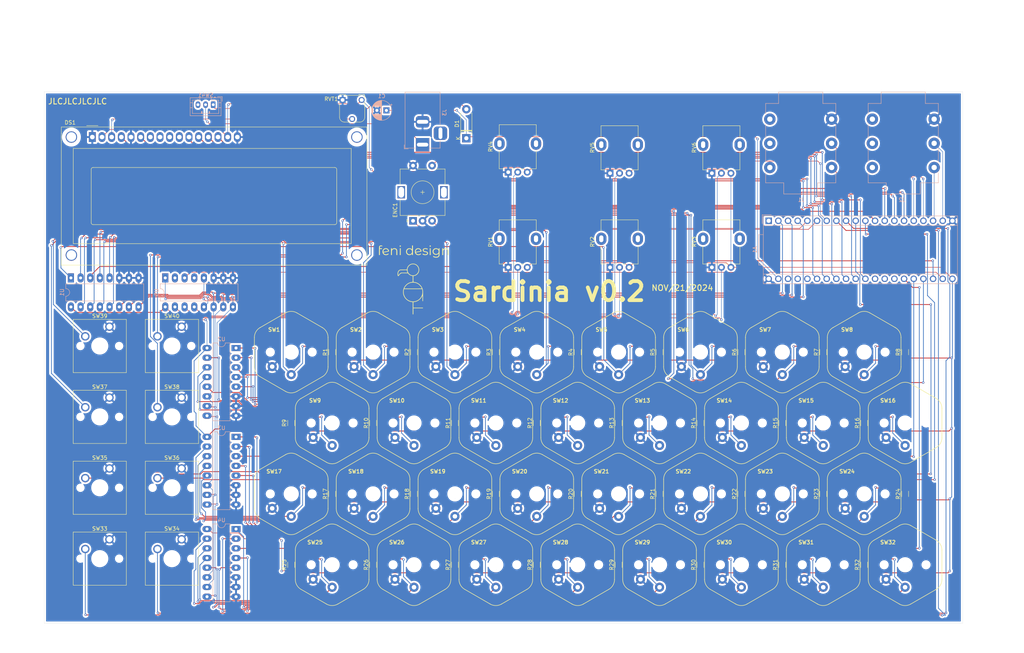
<source format=kicad_pcb>
(kicad_pcb (version 20221018) (generator pcbnew)
  (layers (0 "F.Cu" signal "Front") (1 "In1.Cu" signal) (2 "In2.Cu" signal) (31 "B.Cu" signal "Back") (34 "B.Paste" user) (35 "F.Paste" user) (36 "B.SilkS" user "B.Silkscreen") (37 "F.SilkS" user "F.Silkscreen") (38 "B.Mask" user) (39 "F.Mask" user) (44 "Edge.Cuts" user))
  (net 0 "")
  (net 2 "/MuxConPin_1")
  (net 3 "/MuxConPin_2")
  (net 4 "/MuxConPin_3")
  (net 5 "Net-(A1-SD_DATA_0)")
  (net 6 "Net-(A1-SD_CMD)")
  (net 7 "Net-(A1-SD_CLK)")
  (net 8 "/ControlButtons/ControlButtonOut_1")
  (net 9 "/ControlButtons/ControlButtonOut_2")
  (net 10 "/ControlButtons/ControlButtonOut_3")
  (net 11 "/ControlButtons/ControlButtonOut_4")
  (net 12 "/ControlButtons/ControlButtonOut_5")
  (net 13 "/ControlButtons/ControlButtonOut_6")
  (net 14 "/ControlButtons/ControlButtonOut_7")
  (net 15 "/ControlButtons/ControlButtonOut_8")
  (net 16 "Net-(A1-AUDIO_IN_1)")
  (net 17 "Net-(A1-AUDIO_IN_2)")
  (net 18 "Net-(A1-AUDIO_OUT_1)")
  (net 19 "Net-(A1-AUDIO_OUT_2)")
  (net 20 "GND")
  (net 21 "+3.3VA")
  (net 22 "/KnobMux/KnobMuxOut_1")
  (net 23 "/KeypadsMux/KeypadOut_1")
  (net 24 "/KeypadsMux/KeypadOut_2")
  (net 25 "/KeypadsMux/KeypadOut_3")
  (net 26 "/KeypadsMux/KeypadOut_4")
  (net 29 "Net-(A1-DAC_OUT1)")
  (net 30 "Net-(A1-SAI2_MCLK)")
  (net 31 "Net-(A1-SAI2_SD_B)")
  (net 32 "Net-(A1-SAI2_SD_A)")
  (net 33 "Net-(A1-SAI2_FS)")
  (net 34 "Net-(A1-SAI2_SCK)")
  (net 38 "Net-(A1-VIN)")
  (net 39 "Net-(DS1-VO)")
  (net 44 "Net-(U1-X0)")
  (net 45 "Net-(U1-X1)")
  (net 46 "Net-(U1-X2)")
  (net 47 "Net-(U1-X3)")
  (net 48 "Net-(U1-X4)")
  (net 49 "Net-(U1-X5)")
  (net 50 "Net-(U1-X6)")
  (net 51 "Net-(U1-X7)")
  (net 52 "Net-(U2-X0)")
  (net 53 "Net-(U2-X1)")
  (net 54 "Net-(U2-X2)")
  (net 55 "Net-(U2-X3)")
  (net 56 "Net-(U2-X4)")
  (net 57 "Net-(U2-X5)")
  (net 58 "Net-(U2-X6)")
  (net 59 "Net-(U2-X7)")
  (net 60 "Net-(U3-X0)")
  (net 61 "Net-(U3-X1)")
  (net 62 "Net-(U3-X2)")
  (net 63 "Net-(U3-X3)")
  (net 64 "Net-(U3-X4)")
  (net 65 "Net-(U3-X5)")
  (net 66 "Net-(U3-X6)")
  (net 67 "Net-(U3-X7)")
  (net 68 "Net-(U4-X0)")
  (net 69 "Net-(U4-X1)")
  (net 70 "Net-(U4-X2)")
  (net 71 "Net-(U4-X3)")
  (net 72 "Net-(U4-X4)")
  (net 73 "Net-(U4-X5)")
  (net 74 "Net-(U4-X6)")
  (net 75 "Net-(U4-X7)")
  (net 76 "Net-(U5-X0)")
  (net 77 "Net-(U5-X1)")
  (net 78 "Net-(U5-X2)")
  (net 79 "Net-(U5-X3)")
  (net 80 "Net-(U5-X4)")
  (net 81 "Net-(U5-X5)")
  (net 85 "Net-(D1-A)")
  (net 86 "Net-(SW41-B)")
  (footprint "Resistor_SMD:R_1206_3216Metric_Pad1.30x1.75mm_HandSolder" (layer "F.Cu") (at 124.5 106.119548 90)
    (fp_text reference "R10")
    (fp_text value "10K")
  )
  (footprint "Potentiometer_THT:Potentiometer_Alpha_RD901F-40-00D_Single_Vertical" (layer "F.Cu") (at 213.5 65.225 90)
    (fp_text reference "RV3")
    (fp_text value "B10K")
  )
  (footprint "Resistor_SMD:R_1206_3216Metric_Pad1.30x1.75mm_HandSolder" (layer "F.Cu") (at 264.25 124.739096 90)
    (fp_text reference "R24")
    (fp_text value "10K")
  )
  (footprint "Button_Switch_Keyboard:SW_Cherry_MX_1.00u_PCB" (layer "F.Cu") (at 74.21 136.669868)
    (fp_text reference "SW34")
    (fp_text value "ControlButton_2")
  )
  (footprint "Resistor_SMD:R_1206_3216Metric_Pad1.30x1.75mm_HandSolder" (layer "F.Cu") (at 221.25 124.739096 90)
    (fp_text reference "R22")
    (fp_text value "10K")
  )
  (footprint "kailhChoc_hexKeycaps:PG1350" (layer "F.Cu") (at 221.25 106.119548)
    (fp_text reference "SW14")
    (fp_text value "SW_Push" hide)
  )
  (footprint "Resistor_SMD:R_1206_3216Metric_Pad1.30x1.75mm_HandSolder" (layer "F.Cu") (at 232 143.358644 90)
    (fp_text reference "R31")
    (fp_text value "10K")
  )
  (footprint "kailhChoc_hexKeycaps:PG1350" (layer "F.Cu") (at 135.25 106.119548)
    (fp_text reference "SW10")
    (fp_text value "SW_Push" hide)
  )
  (footprint "kailhChoc_hexKeycaps:PG1350" (layer "F.Cu") (at 146 87.5)
    (fp_text reference "SW3")
    (fp_text value "SW_Push" hide)
  )
  (footprint "kailhChoc_hexKeycaps:PG1350" (layer "F.Cu") (at 221.25 143.358644)
    (fp_text reference "SW30")
    (fp_text value "SW_Push" hide)
  )
  (footprint "Resistor_SMD:R_1206_3216Metric_Pad1.30x1.75mm_HandSolder" (layer "F.Cu") (at 113.75 87.5 90)
    (fp_text reference "R1")
    (fp_text value "10K")
  )
  (footprint "kailhChoc_hexKeycaps:PG1350" (layer "F.Cu") (at 253.5 124.739096)
    (fp_text reference "SW24")
    (fp_text value "SW_Push" hide)
  )
  (footprint "kailhChoc_hexKeycaps:PG1350" (layer "F.Cu") (at 264.25 106.119548)
    (fp_text reference "SW16")
    (fp_text value "SW_Push" hide)
  )
  (footprint "kailhChoc_hexKeycaps:PG1350" (layer "F.Cu") (at 189 87.5)
    (fp_text reference "SW5")
    (fp_text value "SW_Push" hide)
  )
  (footprint "kailhChoc_hexKeycaps:PG1350" (layer "F.Cu") (at 103 87.5)
    (fp_text reference "SW1")
    (fp_text value "SW_Push" hide)
  )
  (footprint "kailhChoc_hexKeycaps:PG1350" (layer "F.Cu") (at 113.75 106.119548)
    (fp_text reference "SW9")
    (fp_text value "SW_Push" hide)
  )
  (footprint "Resistor_SMD:R_1206_3216Metric_Pad1.30x1.75mm_HandSolder" (layer "F.Cu") (at 113.75 124.739096 90)
    (fp_text reference "R17")
    (fp_text value "10K")
  )
  (footprint "Potentiometer_THT:Potentiometer_Runtron_RM-065_Vertical" (layer "F.Cu") (at 116.5 21.26)
    (fp_text reference "RVT1")
    (fp_text value "B10K_Trim")
  )
  (footprint "Button_Switch_Keyboard:SW_Cherry_MX_1.00u_PCB" (layer "F.Cu") (at 55.25 118.05032)
    (fp_text reference "SW35")
    (fp_text value "ControlButton_3")
  )
  (footprint "Diode_THT:D_DO-41_SOD81_P7.62mm_Horizontal" (layer "F.Cu") (at 149 31.31 90)
    (fp_text reference "D1")
    (fp_text value "1N5817")
  )
  (footprint "kailhChoc_hexKeycaps:PG1350" (layer "F.Cu") (at 232 124.739096)
    (fp_text reference "SW23")
    (fp_text value "SW_Push" hide)
  )
  (footprint "Resistor_SMD:R_1206_3216Metric_Pad1.30x1.75mm_HandSolder" (layer "F.Cu") (at 146 143.358644 90)
    (fp_text reference "R27")
    (fp_text value "10K")
  )
  (footprint "Resistor_SMD:R_1206_3216Metric_Pad1.30x1.75mm_HandSolder" (layer "F.Cu") (at 199.75 124.739096 90)
    (fp_text reference "R21")
    (fp_text value "10K")
  )
  (footprint "Button_Switch_Keyboard:SW_Cherry_MX_1.00u_PCB" (layer "F.Cu") (at 55.25 80.811224)
    (fp_text reference "SW39")
    (fp_text value "ControlButton_7")
  )
  (footprint "kailhChoc_hexKeycaps:PG1350" (layer "F.Cu") (at 242.75 143.358644)
    (fp_text reference "SW31")
    (fp_text value "SW_Push" hide)
  )
  (footprint "Rotary_Encoder:RotaryEncoder_Alps_EC11E-Switch_Vertical_H20mm" (layer "F.Cu") (at 135 53 90)
    (fp_text reference "ENC1")
    (fp_text value "RotaryEncoder")
  )
  (footprint "kailhChoc_hexKeycaps:PG1350" (layer "F.Cu") (at 264.25 143.358644)
    (fp_text reference "SW32")
    (fp_text value "SW_Push" hide)
  )
  (footprint "Resistor_SMD:R_1206_3216Metric_Pad1.30x1.75mm_HandSolder" (layer "F.Cu") (at 167.5 106.119548 90)
    (fp_text reference "R12")
    (fp_text value "10K")
  )
  (footprint "Resistor_SMD:R_1206_3216Metric_Pad1.30x1.75mm_HandSolder" (layer "F.Cu") (at 156.75 124.739096 90)
    (fp_text reference "R19")
    (fp_text value "10K")
  )
  (footprint "Button_Switch_Keyboard:SW_Cherry_MX_1.00u_PCB" (layer "F.Cu") (at 74.21 80.811224)
    (fp_text reference "SW40")
    (fp_text value "ControlButton_8")
  )
  (footprint "kailhChoc_hexKeycaps:PG1350" (layer "F.Cu") (at 135.25 143.358644)
    (fp_text reference "SW26")
    (fp_text value "SW_Push" hide)
  )
  (footprint "Resistor_SMD:R_1206_3216Metric_Pad1.30x1.75mm_HandSolder" (layer "F.Cu") (at 210.5 106.119548 90)
    (fp_text reference "R14")
    (fp_text value "10K")
  )
  (footprint "Resistor_SMD:R_1206_3216Metric_Pad1.30x1.75mm_HandSolder" (layer "F.Cu") (at 156.75 87.5 90)
    (fp_text reference "R3")
    (fp_text value "10K")
  )
  (footprint "Resistor_SMD:R_1206_3216Metric_Pad1.30x1.75mm_HandSolder" (layer "F.Cu") (at 103 143.358644 90)
    (fp_text reference "R25")
    (fp_text value "10K")
  )
  (footprint "Resistor_SMD:R_1206_3216Metric_Pad1.30x1.75mm_HandSolder" (layer "F.Cu") (at 103 106.119548 90)
    (fp_text reference "R9")
    (fp_text value "10K")
  )
  (footprint "kailhChoc_hexKeycaps:PG1350" (layer "F.Cu") (at 242.75 106.119548)
    (fp_text reference "SW15")
    (fp_text value "SW_Push" hide)
  )
  (footprint "Resistor_SMD:R_1206_3216Metric_Pad1.30x1.75mm_HandSolder" (layer "F.Cu") (at 146 106.119548 90)
    (fp_text reference "R11")
    (fp_text value "10K")
  )
  (footprint "Resistor_SMD:R_1206_3216Metric_Pad1.30x1.75mm_HandSolder" (layer "F.Cu") (at 242.75 87.5 90)
    (fp_text reference "R7")
    (fp_text value "10K")
  )
  (footprint "Resistor_SMD:R_1206_3216Metric_Pad1.30x1.75mm_HandSolder" (layer "F.Cu") (at 221.25 87.5 90)
    (fp_text reference "R6")
    (fp_text value "10K")
  )
  (footprint "kailhChoc_hexKeycaps:PG1350" (layer "F.Cu") (at 103 124.739096)
    (fp_text reference "SW17")
    (fp_text value "SW_Push" hide)
  )
  (footprint "kailhChoc_hexKeycaps:PG1350" (layer "F.Cu") (at 199.75 106.119548)
    (fp_text reference "SW13")
    (fp_text value "SW_Push" hide)
  )
  (footprint "Potentiometer_THT:Potentiometer_Alpha_RD901F-40-00D_Single_Vertical" (layer "F.Cu") (at 160 65.225 90)
    (fp_text reference "RV1")
    (fp_text value "B10K")
  )
  (footprint "kailhChoc_hexKeycaps:PG1350" (layer "F.Cu") (at 232 87.5)
    (fp_text reference "SW7")
    (fp_text value "SW_Push" hide)
  )
  (footprint "kailhChoc_hexKeycaps:PG1350" (layer "F.Cu") (at 146 124.739096)
    (fp_text reference "SW19")
    (fp_text value "SW_Push" hide)
  )
  (footprint "kailhChoc_hexKeycaps:PG1350" (layer "F.Cu") (at 210.5 124.739096)
    (fp_text reference "SW22")
    (fp_text value "SW_Push" hide)
  )
  (footprint "Resistor_SMD:R_1206_3216Metric_Pad1.30x1.75mm_HandSolder" (layer "F.Cu") (at 135.25 124.739096 90)
    (fp_text reference "R18")
    (fp_text value "10K")
  )
  (footprint "kailhChoc_hexKeycaps:PG1350" (layer "F.Cu") (at 167.5 124.739096)
    (fp_text reference "SW20")
    (fp_text value "SW_Push" hide)
  )
  (footprint "kailhChoc_hexKeycaps:PG1350" (layer "F.Cu") (at 178.25 143.358644)
    (fp_text reference "SW28")
    (fp_text value "SW_Push" hide)
  )
  (footprint "Potentiometer_THT:Potentiometer_Alpha_RD901F-40-00D_Single_Vertical" (layer "F.Cu") (at 213.5 40.5 90)
    (fp_text reference "RV6")
    (fp_text value "B10K")
  )
  (footprint "Potentiometer_THT:Potentiometer_Alpha_RD901F-40-00D_Single_Vertical" (layer "F.Cu") (at 186.75 40.5 90)
    (fp_text reference "RV5")
    (fp_text value "B10K")
  )
  (footprint "kailhChoc_hexKeycaps:PG1350" (layer "F.Cu") (at 113.75 143.358644)
    (fp_text reference "SW25")
    (fp_text value "SW_Push" hide)
  )
  (footprint "kailhChoc_hexKeycaps:PG1350" (layer "F.Cu") (at 124.5 124.739096)
    (fp_text reference "SW18")
    (fp_text value "SW_Push" hide)
  )
  (footprint "LOGO" (layer "F.Cu") (at 135 69)
    (fp_text reference "G***" hide)
    (fp_text value "LOGO" hide)
  )
  (footprint "Potentiometer_THT:Potentiometer_Alpha_RD901F-40-00D_Single_Vertical" (layer "F.Cu") (at 160 40.225 90)
    (fp_text reference "RV4")
    (fp_text value "B10K")
  )
  (footprint "Resistor_SMD:R_1206_3216Metric_Pad1.30x1.75mm_HandSolder" (layer "F.Cu") (at 264.25 87.5 90)
    (fp_text reference "R8")
    (fp_text value "10K")
  )
  (footprint "Resistor_SMD:R_1206_3216Metric_Pad1.30x1.75mm_HandSolder" (layer "F.Cu") (at 124.5 143.358644 90)
    (fp_text reference "R26")
    (fp_text value "10K")
  )
  (footprint "Resistor_SMD:R_1206_3216Metric_Pad1.30x1.75mm_HandSolder" (layer "F.Cu") (at 189 106.119548 90)
    (fp_text reference "R13")
    (fp_text value "10K")
  )
  (footprint "Resistor_SMD:R_1206_3216Metric_Pad1.30x1.75mm_HandSolder" (layer "F.Cu") (at 210.5 143.358644 90)
    (fp_text reference "R30")
    (fp_text value "10K")
  )
  (footprint "Resistor_SMD:R_1206_3216Metric_Pad1.30x1.75mm_HandSolder" (layer "F.Cu") (at 189 143.358644 90)
    (fp_text reference "R29")
    (fp_text value "10K")
  )
  (footprint "Display:WC1602A" (layer "F.Cu") (at 50.75 31)
    (fp_text reference "DS1")
    (fp_text value "LCD")
  )
  (footprint "kailhChoc_hexKeycaps:PG1350" (layer "F.Cu") (at 167.5 87.5)
    (fp_text reference "SW4")
    (fp_text value "SW_Push" hide)
  )
  (footprint "kailhChoc_hexKeycaps:PG1350" (layer "F.Cu") (at 199.75 143.358644)
    (fp_text reference "SW29")
    (fp_text value "SW_Push" hide)
  )
  (footprint "kailhChoc_hexKeycaps:PG1350" (layer "F.Cu") (at 156.75 143.358644)
    (fp_text reference "SW27")
    (fp_text value "SW_Push" hide)
  )
  (footprint "Resistor_SMD:R_1206_3216Metric_Pad1.30x1.75mm_HandSolder" (layer "F.Cu") (at 232 106.119548 90)
    (fp_text reference "R15")
    (fp_text value "10K")
  )
  (footprint "kailhChoc_hexKeycaps:PG1350" (layer "F.Cu") (at 253.5 87.5)
    (fp_text reference "SW8")
    (fp_text value "SW_Push" hide)
  )
  (footprint "kailhChoc_hexKeycaps:PG1350" (layer "F.Cu") (at 178.25 106.119548)
    (fp_text reference "SW12")
    (fp_text value "SW_Push" hide)
  )
  (footprint "Button_Switch_Keyboard:SW_Cherry_MX_1.00u_PCB" (layer "F.Cu") (at 55.25 136.669868)
    (fp_text reference "SW33")
    (fp_text value "ControlButton_1")
  )
  (footprint "kailhChoc_hexKeycaps:PG1350" (layer "F.Cu") (at 124.5 87.5)
    (fp_text reference "SW2")
    (fp_text value "SW_Push" hide)
  )
  (footprint "Resistor_SMD:R_1206_3216Metric_Pad1.30x1.75mm_HandSolder" (layer "F.Cu") (at 253.5 143.358644 90)
    (fp_text reference "R32")
    (fp_text value "10K")
  )
  (footprint "Resistor_SMD:R_1206_3216Metric_Pad1.30x1.75mm_HandSolder" (layer "F.Cu") (at 242.75 124.739096 90)
    (fp_text reference "R23")
    (fp_text value "10K")
  )
  (footprint "Button_Switch_Keyboard:SW_Cherry_MX_1.00u_PCB" (layer "F.Cu") (at 55.25 99.430772)
    (fp_text reference "SW37")
    (fp_text value "ControlButton_5")
  )
  (footprint "Resistor_SMD:R_1206_3216Metric_Pad1.30x1.75mm_HandSolder" (layer "F.Cu") (at 178.25 87.5 90)
    (fp_text reference "R4")
    (fp_text value "10K")
  )
  (footprint "Button_Switch_Keyboard:SW_Cherry_MX_1.00u_PCB" (layer "F.Cu") (at 74.21 99.430772)
    (fp_text reference "SW38")
    (fp_text value "ControlButton_6")
  )
  (footprint "Resistor_SMD:R_1206_3216Metric_Pad1.30x1.75mm_HandSolder" (layer "F.Cu") (at 253.5 106.119548 90)
    (fp_text reference "R16")
    (fp_text value "10K")
  )
  (footprint "kailhChoc_hexKeycaps:PG1350" (layer "F.Cu") (at 189 124.739096)
    (fp_text reference "SW21")
    (fp_text value "SW_Push" hide)
  )
  (footprint "Potentiometer_THT:Potentiometer_Alpha_RD901F-40-00D_Single_Vertical" (layer "F.Cu") (at 186.75 65.225 90)
    (fp_text reference "RV2")
    (fp_text value "B10K")
  )
  (footprint "Resistor_SMD:R_1206_3216Metric_Pad1.30x1.75mm_HandSolder" (layer "F.Cu") (at 135.25 87.5 90)
    (fp_text reference "R2")
    (fp_text value "10K")
  )
  (footprint "kailhChoc_hexKeycaps:PG1350" (layer "F.Cu") (at 210.5 87.5)
    (fp_text reference "SW6")
    (fp_text value "SW_Push" hide)
  )
  (footprint "Button_Switch_Keyboard:SW_Cherry_MX_1.00u_PCB" (layer "F.Cu") (at 74.21 118.05032)
    (fp_text reference "SW36")
    (fp_text value "ControlButton_4")
  )
  (footprint "Resistor_SMD:R_1206_3216Metric_Pad1.30x1.75mm_HandSolder" (layer "F.Cu") (at 199.75 87.5 90)
    (fp_text reference "R5")
    (fp_text value "10K")
  )
  (footprint "kailhChoc_hexKeycaps:PG1350" (layer "F.Cu") (at 156.75 106.119548)
    (fp_text reference "SW11")
    (fp_text value "SW_Push" hide)
  )
  (footprint "Resistor_SMD:R_1206_3216Metric_Pad1.30x1.75mm_HandSolder" (layer "F.Cu") (at 167.5 143.358644 90)
    (fp_text reference "R28")
    (fp_text value "10K")
  )
  (footprint "Resistor_SMD:R_1206_3216Metric_Pad1.30x1.75mm_HandSolder" (layer "F.Cu") (at 178.25 124.739096 90)
    (fp_text reference "R20")
    (fp_text value "10K")
  )
  (footprint "Connector_BarrelJack:BarrelJack_Horizontal" (layer "B.Cu") (at 137.5 33 -90)
    (fp_text reference "J3")
    (fp_text value "DC Jack")
  )
  (footprint "Connector_Audio:Jack_6.35mm_Neutrik_NMJ6HCD2_Horizontal" (layer "B.Cu") (at 271.886152 39 90)
    (fp_text reference "J2")
    (fp_text value "OutputJack")
  )
  (footprint "Connector_Audio:Jack_6.35mm_Neutrik_NMJ6HCD2_Horizontal" (layer "B.Cu") (at 244.95172 39 90)
    (fp_text reference "J1")
    (fp_text value "InputJack")
  )
  (footprint "Capacitor_THT:CP_Radial_D5.0mm_P2.50mm" (layer "B.Cu") (at 128 24 180)
    (fp_text reference "C1")
    (fp_text value "10uF")
  )
  (footprint "Connector_JST:JST_PH_B3B-PH-K_1x03_P2.00mm_Vertical" (layer "B.Cu") (at 82.5 22.5 180)
    (fp_text reference "SW41")
    (fp_text value "SW_SPDT")
  )
  (footprint "Package_DIP:DIP-16_W7.62mm_LongPads" (layer "B.Cu") (at 69.91 68 -90)
    (fp_text reference "U5")
    (fp_text value "4051")
  )
  (footprint "Module:Electrosmith_Daisy_Seed" (layer "B.Cu") (at 228.42 53 -90)
    (fp_text reference "A1")
    (fp_text value "Electrosmith_Daisy_Seed_Rev4")
  )
  (footprint "Package_DIP:DIP-16_W7.62mm_LongPads" (layer "B.Cu") (at 88.5 133.96 180)
    (fp_text reference "U4")
    (fp_text value "4051")
  )
  (footprint "Package_DIP:DIP-16_W7.62mm_LongPads" (layer "B.Cu") (at 88.5 109.76 180)
    (fp_text reference "U3")
    (fp_text value "4051")
  )
  (footprint "Package_DIP:DIP-16_W7.62mm_LongPads" (layer "B.Cu") (at 88.5 86.42 180)
    (fp_text reference "U2")
    (fp_text value "4051")
  )
  (footprint "Package_DIP:DIP-16_W7.62mm_LongPads" (layer "B.Cu") (at 45.125 68 -90)
    (fp_text reference "U1")
    (fp_text value "4051")
  )
  (gr_line (start 279.4 158.75) (end 38.1 158.75) (stroke (width 0.0381)) (layer "Edge.Cuts"))
  (gr_line (start 279.4 19.05) (end 279.4 158.75) (stroke (width 0.0381)) (layer "Edge.Cuts"))
  (gr_line (start 38.1 158.75) (end 38.1 19.05) (stroke (width 0.0381)) (layer "Edge.Cuts"))
  (gr_line (start 38.1 19.05) (end 279.4 19.05) (stroke (width 0.0381)) (layer "Edge.Cuts"))
  (gr_text "Sardinia v0.2" (at 145 74.5) (layer "F.SilkS") (effects (font (size 5 5) (thickness 1) bold) (justify left bottom)))
  (gr_text "NOV/21/2024" (at 197.5 71.5) (layer "F.SilkS") (effects (font (size 1.5 1.5) (thickness 0.25) bold) (justify left bottom)))
  (gr_text "JLCJLCJLCJLC" (at 39 22.5) (layer "F.SilkS") (effects (font (size 1.5 1.5) (thickness 0.25) bold) (justify left bottom)))
  (segment (start 82.5 72) (end 232 72) (width 0.2) (layer "F.Cu") (net 2))
  (segment (start 70.725687 72.5555) (end 70.489187 72.319) (width 0.2) (layer "F.Cu") (net 2))
  (segment (start 82.5 72) (end 82.222164 71.722164) (width 0.2) (layer "F.Cu") (net 2))
  (segment (start 78.915102 72.5555) (end 70.725687 72.5555) (width 0.2) (layer "F.Cu") (net 2))
  (segment (start 79.748439 71.722164) (end 78.915102 72.5555) (width 0.2) (layer "F.Cu") (net 2))
  (segment (start 82.222164 71.722164) (end 79.748439 71.722164) (width 0.2) (layer "F.Cu") (net 2))
  (segment (start 61.126 72.319) (end 57.825 75.62) (width 0.2) (layer "F.Cu") (net 2))
  (segment (start 70.489187 72.319) (end 61.126 72.319) (width 0.2) (layer "F.Cu") (net 2))
  (via (at 82.5 72) (size 0.6) (drill 0.3) (layers "F.Cu" "B.Cu") (net 2))
  (via (at 232 72) (size 0.6) (drill 0.3) (layers "F.Cu" "B.Cu") (net 2))
  (segment (start 82.3455 120.9345) (end 80.955 122.325) (width 0.127) (layer "B.Cu") (net 2))
  (segment (start 82.3455 100.7905) (end 82.3455 120.9345) (width 0.127) (layer "B.Cu") (net 2))
  (segment (start 82.5 72) (end 82.61 72.11) (width 0.2) (layer "B.Cu") (net 2))
  (segment (start 80.955 122.325) (end 82.3455 123.7155) (width 0.127) (layer "B.Cu") (net 2))
  (segment (start 232.037 71.963) (end 232.037 54.077) (width 0.2) (layer "B.Cu") (net 2))
  (segment (start 82.61 72.11) (end 82.61 75.62) (width 0.2) (layer "B.Cu") (net 2))
  (segment (start 232.037 54.077) (end 230.96 53) (width 0.2) (layer "B.Cu") (net 2))
  (segment (start 82.61 75.62) (end 82.61 97.595) (width 0.127) (layer "B.Cu") (net 2))
  (segment (start 232 72) (end 232.037 71.963) (width 0.2) (layer "B.Cu") (net 2))
  (segment (start 80.88 99.325) (end 82.3455 100.7905) (width 0.127) (layer "B.Cu") (net 2))
  (segment (start 82.61 97.595) (end 80.88 99.325) (width 0.127) (layer "B.Cu") (net 2))
  (segment (start 82.3455 144.9345) (end 80.955 146.325) (width 0.127) (layer "B.Cu") (net 2))
  (segment (start 82.3455 123.7155) (end 82.3455 144.9345) (width 0.127) (layer "B.Cu") (net 2))
  (segment (start 79.05055 72.8825) (end 79.883887 72.049164) (width 0.2) (layer "F.Cu") (net 3))
  (segment (start 83 125) (end 82.865 124.865) (width 0.127) (layer "F.Cu") (net 3))
  (segment (start 81.450575 72.049164) (end 82.275911 72.8745) (width 0.2) (layer "F.Cu") (net 3))
  (segment (start 82.865 124.865) (end 80.955 124.865) (width 0.127) (layer "F.Cu") (net 3))
  (segment (start 83 102) (end 82.865 101.865) (width 0.127) (layer "F.Cu") (net 3))
  (segment (start 85 72.6745) (end 85.3475 72.327) (width 0.2) (layer "F.Cu") (net 3))
  (segment (start 85.3475 72.327) (end 88.327 72.327) (width 0.2) (layer "F.Cu") (net 3))
  (segment (start 88.527 72.527) (end 234.473 72.527) (width 0.2) (layer "F.Cu") (net 3))
  (segment (start 70.353739 72.646) (end 70.590239 72.8825) (width 0.2) (layer "F.Cu") (net 3))
  (segment (start 79.883887 72.049164) (end 81.450575 72.049164) (width 0.2) (layer "F.Cu") (net 3))
  (segment (start 70.590239 72.8825) (end 79.05055 72.8825) (width 0.2) (layer "F.Cu") (net 3))
  (segment (start 60.365 75.62) (end 63.339 72.646) (width 0.2) (layer "F.Cu") (net 3))
  (segment (start 84.8 72.8745) (end 85 72.6745) (width 0.2) (layer "F.Cu") (net 3))
  (segment (start 82.275911 72.8745) (end 84.8 72.8745) (width 0.2) (layer "F.Cu") (net 3))
  (segment (start 234.473 72.527) (end 234.5 72.5) (width 0.2) (layer "F.Cu") (net 3))
  (segment (start 88.327 72.327) (end 88.527 72.527) (width 0.2) (layer "F.Cu") (net 3))
  (segment (start 63.339 72.646) (end 70.353739 72.646) (width 0.2) (layer "F.Cu") (net 3))
  (segment (start 82.865 101.865) (end 80.88 101.865) (width 0.127) (layer "F.Cu") (net 3))
  (via (at 83 125) (size 0.6) (drill 0.3) (layers "F.Cu" "B.Cu") (net 3))
  (via (at 85 72.6745) (size 0.6) (drill 0.3) (layers "F.Cu" "B.Cu") (net 3))
  (via (at 83 102) (size 0.6) (drill 0.3) (layers "F.Cu" "B.Cu") (net 3))
  (via (at 234.5 72.5) (size 0.6) (drill 0.3) (layers "F.Cu" "B.Cu") (net 3))
  (segment (start 85 72.6745) (end 85.15 72.8245) (width 0.2) (layer "B.Cu") (net 3))
  (segment (start 85.15 75.62) (end 83 77.77) (width 0.127) (layer "B.Cu") (net 3))
  (segment (start 82.5995 125.4005) (end 83 125) (width 0.127) (layer "B.Cu") (net 3))
  (segment (start 83 125) (end 83 102) (width 0.127) (layer "B.Cu") (net 3))
  (segment (start 234.5 72.5) (end 234.577 72.423) (width 0.2) (layer "B.Cu") (net 3))
  (segment (start 85.15 72.8245) (end 85.15 75.62) (width 0.2) (layer "B.Cu") (net 3))
  (segment (start 80.955 148.865) (end 82.5995 147.2205) (width 0.127) (layer "B.Cu") (net 3))
  (segment (start 234.577 72.423) (end 234.577 54.077) (width 0.2) (layer "B.Cu") (net 3))
  (segment (start 234.577 54.077) (end 233.5 53) (width 0.2) (layer "B.Cu") (net 3))
  (segment (start 82.5995 147.2205) (end 82.5995 125.4005) (width 0.127) (layer "B.Cu") (net 3))
  (segment (start 83 77.77) (end 83 102) (width 0.127) (layer "B.Cu") (net 3))
  (segment (start 70.218291 72.973) (end 70.454791 73.2095) (width 0.2) (layer "F.Cu") (net 4))
  (segment (start 79.185998 73.2095) (end 80.019335 72.376164) (width 0.2) (layer "F.Cu") (net 4))
  (segment (start 82.140463 73.2015) (end 87.2985 73.2015) (width 0.2) (layer "F.Cu") (net 4))
  (segment (start 82.905 151.405) (end 80.955 151.405) (width 0.127) (layer "F.Cu") (net 4))
  (segment (start 237.473 73.027) (end 237.5 73) (width 0.2) (layer "F.Cu") (net 4))
  (segment (start 81.315127 72.376164) (end 82.140463 73.2015) (width 0.2) (layer "F.Cu") (net 4))
  (segment (start 87.527 73.027) (end 237.473 73.027) (width 0.2) (layer "F.Cu") (net 4))
  (segment (start 83 151.5) (end 82.905 151.405) (width 0.127) (layer "F.Cu") (net 4))
  (segment (start 83.5 127.5) (end 83.405 127.405) (width 0.127) (layer "F.Cu") (net 4))
  (segment (start 83.405 127.405) (end 80.955 127.405) (width 0.127) (layer "F.Cu") (net 4))
  (segment (start 80.019335 72.376164) (end 81.315127 72.376164) (width 0.2) (layer "F.Cu") (net 4))
  (segment (start 62.905 75.62) (end 65.552 72.973) (width 0.2) (layer "F.Cu") (net 4))
  (segment (start 87.5 73) (end 87.527 73.027) (width 0.2) (layer "F.Cu") (net 4))
  (segment (start 87.2985 73.2015) (end 87.5 73) (width 0.2) (layer "F.Cu") (net 4))
  (segment (start 83.405 104.405) (end 80.88 104.405) (width 0.127) (layer "F.Cu") (net 4))
  (segment (start 83.5 104.5) (end 83.405 104.405) (width 0.127) (layer "F.Cu") (net 4))
  (segment (start 70.454791 73.2095) (end 79.185998 73.2095) (width 0.2) (layer "F.Cu") (net 4))
  (segment (start 65.552 72.973) (end 70.218291 72.973) (width 0.2) (layer "F.Cu") (net 4))
  (via (at 83 151.5) (size 0.6) (drill 0.3) (layers "F.Cu" "B.Cu") (net 4))
  (via (at 83.5 104.5) (size 0.6) (drill 0.3) (layers "F.Cu" "B.Cu") (net 4))
  (via (at 237.5 73) (size 0.6) (drill 0.3) (layers "F.Cu" "B.Cu") (net 4))
  (via (at 87.5 73) (size 0.6) (drill 0.3) (layers "F.Cu" "B.Cu") (net 4))
  (via (at 83.5 127.5) (size 0.6) (drill 0.3) (layers "F.Cu" "B.Cu") (net 4))
  (segment (start 87.69 73.19) (end 87.69 75.62) (width 0.2) (layer "B.Cu") (net 4))
  (segment (start 83.5 104.5) (end 83.5 127.5) (width 0.127) (layer "B.Cu") (net 4))
  (segment (start 83.5 127.5) (end 83 128) (width 0.127) (layer "B.Cu") (net 4))
  (segment (start 237.5 54.46) (end 236.04 53) (width 0.2) (layer "B.Cu") (net 4))
  (segment (start 83.5 79.81) (end 83.5 104.5) (width 0.127) (layer "B.Cu") (net 4))
  (segment (start 87.69 75.62) (end 83.5 79.81) (width 0.127) (layer "B.Cu") (net 4))
  (segment (start 237.5 73) (end 237.5 54.46) (width 0.2) (layer "B.Cu") (net 4))
  (segment (start 83 128) (end 83 151.5) (width 0.127) (layer "B.Cu") (net 4))
  (segment (start 87.5 73) (end 87.69 73.19) (width 0.2) (layer "B.Cu") (net 4))
  (segment (start 140 53) (end 142 55) (width 0.127) (layer "F.Cu") (net 5))
  (segment (start 142 55) (end 236.58 55) (width 0.127) (layer "F.Cu") (net 5))
  (segment (start 236.58 55) (end 238.58 53) (width 0.127) (layer "F.Cu") (net 5))
  (segment (start 137.254 55.254) (end 238.866 55.254) (width 0.127) (layer "F.Cu") (net 6))
  (segment (start 238.866 55.254) (end 241.12 53) (width 0.127) (layer "F.Cu") (net 6))
  (segment (start 135 53) (end 137.254 55.254) (width 0.127) (layer "F.Cu") (net 6))
  (segment (start 242 38) (end 241.3095 37.3095) (width 0.127) (layer "F.Cu") (net 7))
  (segment (start 241.3095 37.3095) (end 141.1905 37.3095) (width 0.127) (layer "F.Cu") (net 7))
  (segment (start 141.1905 37.3095) (end 140 38.5) (width 0.127) (layer "F.Cu") (net 7))
  (via (at 242 38) (size 0.6) (drill 0.3) (layers "F.Cu" "B.Cu") (net 7))
  (segment (start 242 38) (end 242 51.34) (width 0.127) (layer "B.Cu") (net 7))
  (segment (start 242 51.34) (end 243.66 53) (width 0.127) (layer "B.Cu") (net 7))
  (segment (start 68.245291 156.5) (end 273.892 156.5) (width 0.2) (layer "F.Cu") (net 8))
  (segment (start 248.727 55.527) (end 246.2 53) (width 0.2) (layer "F.Cu") (net 8))
  (segment (start 273 55.527) (end 248.727 55.527) (width 0.2) (layer "F.Cu") (net 8))
  (segment (start 49.027 156.527) (end 68.218291 156.527) (width 0.2) (layer "F.Cu") (net 8))
  (segment (start 68.218291 156.527) (end 68.245291 156.5) (width 0.2) (layer "F.Cu") (net 8))
  (segment (start 49 156.5) (end 49.027 156.527) (width 0.2) (layer "F.Cu") (net 8))
  (segment (start 273.892 156.5) (end 274 156.608) (width 0.2) (layer "F.Cu") (net 8))
  (via (at 49 156.5) (size 0.6) (drill 0.3) (layers "F.Cu" "B.Cu") (net 8))
  (via (at 273 55.527) (size 0.6) (drill 0.3) (layers "F.Cu" "B.Cu") (net 8))
  (via (at 274 156.608) (size 0.6) (drill 0.3) (layers "F.Cu" "B.Cu") (net 8))
  (segment (start 273 154.745291) (end 273 55.527) (width 0.2) (layer "B.Cu") (net 8))
  (segment (start 274 156.608) (end 274.862709 156.608) (width 0.2) (layer "B.Cu") (net 8))
  (segment (start 48.9 156.4) (end 49 156.5) (width 0.2) (layer "B.Cu") (net 8))
  (segment (start 48.9 139.209868) (end 48.9 156.4) (width 0.2) (layer "B.Cu") (net 8))
  (segment (start 274.862709 156.608) (end 273 154.745291) (width 0.2) (layer "B.Cu") (net 8))
  (segment (start 274.919 156.081) (end 275 156) (width 0.2) (layer "F.Cu") (net 9))
  (segment (start 68 156) (end 68.081 156.081) (width 0.2) (layer "F.Cu") (net 9))
  (segment (start 250.74 55) (end 248.74 53) (width 0.2) (layer "F.Cu") (net 9))
  (segment (start 275.5 55) (end 250.74 55) (width 0.2) (layer "F.Cu") (net 9))
  (segment (start 68.081 156.081) (end 274.919 156.081) (width 0.2) (layer "F.Cu") (net 9))
  (via (at 275 156) (size 0.6) (drill 0.3) (layers "F.Cu" "B.Cu") (net 9))
  (via (at 275.5 55) (size 0.6) (drill 0.3) (layers "F.Cu" "B.Cu") (net 9))
  (via (at 68 156) (size 0.6) (drill 0.3) (layers "F.Cu" "B.Cu") (net 9))
  (segment (start 275.5 69) (end 276 69.5) (width 0.2) (layer "B.Cu") (net 9))
  (segment (start 276 88.754709) (end 275 89.754709) (width 0.2) (layer "B.Cu") (net 9))
  (segment (start 67.86 139.209868) (end 67.86 155.86) (width 0.2) (layer "B.Cu") (net 9))
  (segment (start 275 89.754709) (end 275 156) (width 0.2) (layer "B.Cu") (net 9))
  (segment (start 67.86 155.86) (end 68 156) (width 0.2) (layer "B.Cu") (net 9))
  (segment (start 275.5 55) (end 275.5 69) (width 0.2) (layer "B.Cu") (net 9))
  (segment (start 276 69.5) (end 276 88.754709) (width 0.2) (layer "B.Cu") (net 9))
  (segment (start 67.036829 119) (end 70 119) (width 0.2) (layer "F.Cu") (net 10))
  (segment (start 94.393 118.893) (end 95 119.5) (width 0.2) (layer "F.Cu") (net 10))
  (segment (start 70.5 119.5) (end 79.223802 119.5) (width 0.2) (layer "F.Cu") (net 10))
  (segment (start 48.9 120.59032) (end 65.446509 120.59032) (width 0.2) (layer "F.Cu") (net 10))
  (segment (start 79.223802 119.5) (end 79.830802 118.893) (width 0.2) (layer "F.Cu") (net 10))
  (segment (start 271 75) (end 252.5 75) (width 0.2) (layer "F.Cu") (net 10))
  (segment (start 79.830802 118.893) (end 94.393 118.893) (width 0.2) (layer "F.Cu") (net 10))
  (segment (start 65.446509 120.59032) (end 67.036829 119) (width 0.2) (layer "F.Cu") (net 10))
  (segment (start 95 119.5) (end 271 119.5) (width 0.2) (layer "F.Cu") (net 10))
  (segment (start 70 119) (end 70.5 119.5) (width 0.2) (layer "F.Cu") (net 10))
  (via (at 271 119.5) (size 0.6) (drill 0.3) (layers "F.Cu" "B.Cu") (net 10))
  (via (at 252.5 75) (size 0.6) (drill 0.3) (layers "F.Cu" "B.Cu") (net 10))
  (via (at 271 75) (size 0.6) (drill 0.3) (layers "F.Cu" "B.Cu") (net 10))
  (segment (start 271.05 119.45) (end 271.05 75.05) (width 0.2) (layer "B.Cu") (net 10))
  (segment (start 271 119.5) (end 271.05 119.45) (width 0.2) (layer "B.Cu") (net 10))
  (segment (start 252.357 67.357) (end 251.28 66.28) (width 0.2) (layer "B.Cu") (net 10))
  (segment (start 252.5 75) (end 252.357 74.857) (width 0.2) (layer "B.Cu") (net 10))
  (segment (start 252.357 74.857) (end 252.357 67.357) (width 0.2) (layer "B.Cu") (net 10))
  (segment (start 251.28 66.28) (end 251.28 53) (width 0.2) (layer "B.Cu") (net 10))
  (segment (start 271.05 75.05) (end 271 75) (width 0.2) (layer "B.Cu") (net 10))
  (segment (start 67.86 120.59032) (end 79.697923 120.59032) (width 0.2) (layer "F.Cu") (net 11))
  (segment (start 79.697923 120.59032) (end 80.107603 121) (width 0.2) (layer "F.Cu") (net 11))
  (segment (start 270 56.5) (end 254 56.5) (width 0.2) (layer "F.Cu") (net 11))
  (segment (start 80.107603 121) (end 272 121) (width 0.2) (layer "F.Cu") (net 11))
  (via (at 272 121) (size 0.6) (drill 0.3) (layers "F.Cu" "B.Cu") (net 11))
  (via (at 270 56.5) (size 0.6) (drill 0.3) (layers "F.Cu" "B.Cu") (net 11))
  (via (at 254 56.5) (size 0.6) (drill 0.3) (layers "F.Cu" "B.Cu") (net 11))
  (segment (start 270.137 56.637) (end 270 56.5) (width 0.2) (layer "B.Cu") (net 11))
  (segment (start 272 74.5) (end 270.137 72.637) (width 0.2) (layer "B.Cu") (net 11))
  (segment (start 270.137 72.637) (end 270.137 56.637) (width 0.2) (layer "B.Cu") (net 11))
  (segment (start 254 56.5) (end 253.82 56.32) (width 0.2) (layer "B.Cu") (net 11))
  (segment (start 272 121) (end 272 74.5) (width 0.2) (layer "B.Cu") (net 11))
  (segment (start 253.82 56.32) (end 253.82 53) (width 0.2) (layer "B.Cu") (net 11))
  (segment (start 237.754709 50.5) (end 253.86 50.5) (width 0.2) (layer "F.Cu") (net 12))
  (segment (start 40 59.5) (end 44.173 55.327) (width 0.2) (layer "F.Cu") (net 12))
  (segment (start 237.173709 49.919) (end 237.754709 50.5) (width 0.2) (layer "F.Cu") (net 12))
  (segment (start 253.86 50.5) (end 256.36 53) (width 0.2) (layer "F.Cu") (net 12))
  (segment (start 44.173 55.327) (end 128.285656 55.327) (width 0.2) (layer "F.Cu") (net 12))
  (segment (start 133.693656 49.919) (end 237.173709 49.919) (width 0.2) (layer "F.Cu") (net 12))
  (segment (start 128.285656 55.327) (end 133.693656 49.919) (width 0.2) (layer "F.Cu") (net 12))
  (via (at 40 59.5) (size 0.6) (drill 0.3) (layers "F.Cu" "B.Cu") (net 12))
  (segment (start 40 93.070772) (end 48.9 101.970772) (width 0.2) (layer "B.Cu") (net 12))
  (segment (start 40 59.5) (end 40 93.070772) (width 0.2) (layer "B.Cu") (net 12))
  (segment (start 237 44.5) (end 259 44.5) (width 0.2) (layer "F.Cu") (net 13))
  (segment (start 232.562 48.938) (end 237 44.5) (width 0.2) (layer "F.Cu") (net 13))
  (segment (start 66.027 61.973) (end 116.027 61.973) (width 0.2) (layer "F.Cu") (net 13))
  (segment (start 116.027 61.973) (end 116.5 61.5) (width 0.2) (layer "F.Cu") (net 13))
  (segment (start 120.562 48.938) (end 232.562 48.938) (width 0.2) (layer "F.Cu") (net 13))
  (segment (start 116.5 53) (end 120.562 48.938) (width 0.2) (layer "F.Cu") (net 13))
  (segment (start 66 62) (end 66.027 61.973) (width 0.2) (layer "F.Cu") (net 13))
  (via (at 66 62) (size 0.6) (drill 0.3) (layers "F.Cu" "B.Cu") (net 13))
  (via (at 259 44.5) (size 0.6) (drill 0.3) (layers "F.Cu" "B.Cu") (net 13))
  (via (at 116.5 61.5) (size 0.6) (drill 0.3) (layers "F.Cu" "B.Cu") (net 13))
  (via (at 116.5 53) (size 0.6) (drill 0.3) (layers "F.Cu" "B.Cu") (net 13))
  (segment (start 259 44.5) (end 258.9 44.6) (width 0.2) (layer "B.Cu") (net 13))
  (segment (start 67.86 85.227886) (end 66 83.367886) (width 0.2) (layer "B.Cu") (net 13))
  (segment (start 116.5 61.5) (end 116.5 53) (width 0.2) (layer "B.Cu") (net 13))
  (segment (start 66 83.367886) (end 66 62) (width 0.2) (layer "B.Cu") (net 13))
  (segment (start 258.9 44.6) (end 258.9 53) (width 0.2) (layer "B.Cu") (net 13))
  (segment (start 67.86 101.970772) (end 67.86 85.227886) (width 0.2) (layer "B.Cu") (net 13))
  (segment (start 128.150208 55) (end 133.558208 49.592) (width 0.2) (layer "F.Cu") (net 14))
  (segment (start 43.754708 55) (end 128.150208 55) (width 0.2) (layer "F.Cu") (net 14))
  (segment (start 233.408 49.592) (end 237.027 45.973) (width 0.2) (layer "F.Cu") (net 14))
  (segment (start 40.377354 58.377354) (end 43.754708 55) (width 0.2) (layer "F.Cu") (net 14))
  (segment (start 260.473 45.973) (end 261 46.5) (width 0.2) (layer "F.Cu") (net 14))
  (segment (start 133.558208 49.592) (end 233.408 49.592) (width 0.2) (layer "F.Cu") (net 14))
  (segment (start 237.027 45.973) (end 260.473 45.973) (width 0.2) (layer "F.Cu") (net 14))
  (via (at 40.377354 58.377354) (size 0.6) (drill 0.3) (layers "F.Cu" "B.Cu") (net 14))
  (via (at 261 46.5) (size 0.6) (drill 0.3) (layers "F.Cu" "B.Cu") (net 14))
  (segment (start 40.527 74.978224) (end 48.9 83.351224) (width 0.2) (layer "B.Cu") (net 14))
  (segment (start 40.527 58.527) (end 40.527 74.978224) (width 0.2) (layer "B.Cu") (net 14))
  (segment (start 40.377354 58.377354) (end 40.527 58.527) (width 0.2) (layer "B.Cu") (net 14))
  (segment (start 261 46.5) (end 261.44 46.94) (width 0.2) (layer "B.Cu") (net 14))
  (segment (start 261.44 46.94) (end 261.44 53) (width 0.2) (layer "B.Cu") (net 14))
  (segment (start 128.68776 54) (end 133.42276 49.265) (width 0.2) (layer "F.Cu") (net 15))
  (segment (start 117.5 54) (end 128.68776 54) (width 0.2) (layer "F.Cu") (net 15))
  (segment (start 237.037552 45.5) (end 263.5 45.5) (width 0.2) (layer "F.Cu") (net 15))
  (segment (start 133.42276 49.265) (end 233.272552 49.265) (width 0.2) (layer "F.Cu") (net 15))
  (segment (start 68 62.5) (end 117.5 62.5) (width 0.2) (layer "F.Cu") (net 15))
  (segment (start 233.272552 49.265) (end 237.037552 45.5) (width 0.2) (layer "F.Cu") (net 15))
  (via (at 263.5 45.5) (size 0.6) (drill 0.3) (layers "F.Cu" "B.Cu") (net 15))
  (via (at 68 62.5) (size 0.6) (drill 0.3) (layers "F.Cu" "B.Cu") (net 15))
  (via (at 117.5 54) (size 0.6) (drill 0.3) (layers "F.Cu" "B.Cu") (net 15))
  (via (at 117.5 62.5) (size 0.6) (drill 0.3) (layers "F.Cu" "B.Cu") (net 15))
  (segment (start 67.86 83.351224) (end 67.86 62.64) (width 0.2) (layer "B.Cu") (net 15))
  (segment (start 67.86 62.64) (end 68 62.5) (width 0.2) (layer "B.Cu") (net 15))
  (segment (start 117.5 62.5) (end 117.5 54) (width 0.2) (layer "B.Cu") (net 15))
  (segment (start 263.98 45.98) (end 263.98 53) (width 0.2) (layer "B.Cu") (net 15))
  (segment (start 263.5 45.5) (end 263.98 45.98) (width 0.2) (layer "B.Cu") (net 15))
  (segment (start 266.5 42) (end 266 41.5) (width 0.127) (layer "F.Cu") (net 16))
  (segment (start 247.45172 41.5) (end 244.95172 39) (width 0.127) (layer "F.Cu") (net 16))
  (segment (start 266 41.5) (end 247.45172 41.5) (width 0.127) (layer "F.Cu") (net 16))
  (via (at 266.5 42) (size 0.6) (drill 0.3) (layers "F.Cu" "B.Cu") (net 16))
  (segment (start 266.52 42.02) (end 266.52 53) (width 0.127) (layer "B.Cu") (net 16))
  (segment (start 266.5 42) (end 266.52 42.02) (width 0.127) (layer "B.Cu") (net 16))
  (segment (start 268.246 41.246) (end 248.246 41.246) (width 0.127) (layer "F.Cu") (net 17))
  (segment (start 269 42) (end 268.246 41.246) (width 0.127) (layer "F.Cu") (net 17))
  (segment (start 248.246 41.246) (end 247.5 40.5) (width 0.127) (layer "F.Cu") (net 17))
  (segment (start 247.5 35.19828) (end 244.95172 32.65) (width 0.127) (layer "F.Cu") (net 17))
  (segment (start 247.5 40.5) (end 247.5 35.19828) (width 0.127) (layer "F.Cu") (net 17))
  (via (at 269 42) (size 0.6) (drill 0.3) (layers "F.Cu" "B.Cu") (net 17))
  (segment (start 269 42) (end 269.06 42.06) (width 0.127) (layer "B.Cu") (net 17))
  (segment (start 269.06 42.06) (end 269.06 53) (width 0.127) (layer "B.Cu") (net 17))
  (segment (start 271.886152 52.713848) (end 271.6 53) (width 0.127) (layer "B.Cu") (net 18))
  (segment (start 271.886152 39) (end 271.886152 52.713848) (width 0.127) (layer "B.Cu") (net 18))
  (segment (start 274.14 34.903848) (end 274.14 53) (width 0.127) (layer "B.Cu") (net 19))
  (segment (start 271.886152 32.65) (end 274.14 34.903848) (width 0.127) (layer "B.Cu") (net 19))
  (segment (start 243.3 89.6) (end 242.75 89.05) (width 0.2) (layer "F.Cu") (net 21))
  (segment (start 210.5 144.908644) (end 209.95 145.458644) (width 0.2) (layer "F.Cu") (net 21))
  (segment (start 188.45 108.219548) (end 168.05 108.219548) (width 0.2) (layer "F.Cu") (net 21))
  (segment (start 221.25 89.05) (end 220.7 89.6) (width 0.2) (layer "F.Cu") (net 21))
  (segment (start 189.55 145.458644) (end 189 144.908644) (width 0.2) (layer "F.Cu") (net 21))
  (segment (start 146 144.908644) (end 145.45 145.458644) (width 0.2) (layer "F.Cu") (net 21))
  (segment (start 276.5 89) (end 276.45 89.05) (width 0.2) (layer "F.Cu") (net 21))
  (segment (start 166.95 145.458644) (end 146.55 145.458644) (width 0.2) (layer "F.Cu") (net 21))
  (segment (start 134.7 126.839096) (end 114.3 126.839096) (width 0.2) (layer "F.Cu") (net 21))
  (segment (start 146.55 108.219548) (end 146 107.669548) (width 0.2) (layer "F.Cu") (net 21))
  (segment (start 68.483 77.047) (end 69.91 75.62) (width 0.2) (layer "F.Cu") (net 21))
  (segment (start 157.3 89.6) (end 156.75 89.05) (width 0.2) (layer "F.Cu") (net 21))
  (segment (start 232.55 108.219548) (end 232 107.669548) (width 0.2) (layer "F.Cu") (net 21))
  (segment (start 189 144.908644) (end 188.45 145.458644) (width 0.2) (layer "F.Cu") (net 21))
  (segment (start 135.25 89.05) (end 134.7 89.6) (width 0.2) (layer "F.Cu") (net 21))
  (segment (start 275.710904 126.289096) (end 264.25 126.289096) (width 0.2) (layer "F.Cu") (net 21))
  (segment (start 232.55 145.458644) (end 232 144.908644) (width 0.2) (layer "F.Cu") (net 21))
  (segment (start 156.2 89.6) (end 135.8 89.6) (width 0.2) (layer "F.Cu") (net 21))
  (segment (start 157.3 126.839096) (end 156.75 126.289096) (width 0.2) (layer "F.Cu") (net 21))
  (segment (start 275.780452 108.219548) (end 254.05 108.219548) (width 0.2) (layer "F.Cu") (net 21))
  (segment (start 242.2 126.839096) (end 221.8 126.839096) (width 0.2) (layer "F.Cu") (net 21))
  (segment (start 243.3 126.839096) (end 242.75 126.289096) (width 0.2) (layer "F.Cu") (net 21))
  (segment (start 90.700195 136.5) (end 89.200195 135) (width 0.127) (layer "F.Cu") (net 21))
  (segment (start 263.7 126.839096) (end 243.3 126.839096) (width 0.2) (layer "F.Cu") (net 21))
  (segment (start 84.31 29) (end 55.29 29) (width 0.127) (layer "F.Cu") (net 21))
  (segment (start 178.25 126.289096) (end 177.7 126.839096) (width 0.2) (layer "F.Cu") (net 21))
  (segment (start 167.5 107.669548) (end 166.95 108.219548) (width 0.2) (layer "F.Cu") (net 21))
  (segment (start 192.975 64) (end 191.75 65.225) (width 0.127) (layer "F.Cu") (net 21))
  (segment (start 55.29 29) (end 53.29 31) (width 0.127) (layer "F.Cu") (net 21))
  (segment (start 189 107.669548) (end 188.45 108.219548) (width 0.2) (layer "F.Cu") (net 21))
  (segment (start 192.8405 39.4095) (end 191.75 40.5) (width 0.127) (layer "F.Cu") (net 21))
  (segment (start 156.75 89.05) (end 156.2 89.6) (width 0.2) (layer "F.Cu") (net 21))
  (segment (start 124 39.5) (end 124.5 40) (width 0.127) (layer "F.Cu") (net 21))
  (segment (start 178.8 89.6) (end 178.25 89.05) (width 0.2) (layer "F.Cu") (net 21))
  (segment (start 45.125 75.62) (end 46.552 77.047) (width 0.2) (layer "F.Cu") (net 21))
  (segment (start 191.75 40.5) (end 190.6595 39.4095) (width 0.127) (layer "F.Cu") (net 21))
  (segment (start 221.8 89.6) (end 221.25 89.05) (width 0.2) (layer "F.Cu") (net 21))
  (segment (start 276.68 68.24) (end 273.665 65.225) (width 0.127) (layer "F.Cu") (net 21))
  (segment (start 220.7 89.6) (end 200.3 89.6) (width 0.2) (layer "F.Cu") (net 21))
  (segment (start 189.55 108.219548) (end 189 107.669548) (width 0.2) (layer "F.Cu") (net 21))
  (segment (start 82.970452 107.669548) (end 103 107.669548) (width 0.2) (layer "F.Cu") (net 21))
  (segment (start 69.91 75.62) (end 73.29 79) (width 0.127) (layer "F.Cu") (net 21))
  (segment (start 188.45 145.458644) (end 168.05 145.458644) (width 0.2) (layer "F.Cu") (net 21))
  (segment (start 125.05 108.219548) (end 124.5 107.669548) (width 0.2) (layer "F.Cu") (net 21))
  (segment (start 252.95 145.458644) (end 232.55 145.458644) (width 0.2) (layer "F.Cu") (net 21))
  (segment (start 163.768122 38.993122) (end 165 40.225) (width 0.127) (layer "F.Cu") (net 21))
  (segment (start 178.25 89.05) (end 177.7 89.6) (width 0.2) (layer "F.Cu") (net 21))
  (segment (start 100.5 145) (end 100.591356 144.908644) (width 0.127) (layer "F.Cu") (net 21))
  (segment (start 191.75 65.225) (end 190.525 64) (width 0.127) (layer "F.Cu") (net 21))
  (segment (start 190.6595 39.4095) (end 165.8155 39.4095) (width 0.127) (layer "F.Cu") (net 21))
  (segment (start 177.7 89.6) (end 157.3 89.6) (width 0.2) (layer "F.Cu") (net 21))
  (segment (start 254.05 108.219548) (end 253.5 107.669548) (width 0.2) (layer "F.Cu") (net 21))
  (segment (start 231.45 108.219548) (end 211.05 108.219548) (width 0.2) (layer "F.Cu") (net 21))
  (segment (start 276 126) (end 275.710904 126.289096) (width 0.2) (layer "F.Cu") (net 21))
  (segment (start 86.7695 22.2305) (end 86.5 22.5) (width 0.127) (layer "F.Cu") (net 21))
  (segment (start 100.5 137) (end 100 136.5) (width 0.127) (layer "F.Cu") (net 21))
  (segment (start 80.88 109.76) (end 82.970452 107.669548) (width 0.2) (layer "F.Cu") (net 21))
  (segment (start 149.006878 38.993122) (end 163.768122 38.993122) (width 0.127) (layer "F.Cu") (net 21))
  (segment (start 114.3 126.839096) (end 113.75 126.289096) (width 0.2) (layer "F.Cu") (net 21))
  (segment (start 221.8 126.839096) (end 221.25 126.289096) (width 0.2) (layer "F.Cu") (net 21))
  (segment (start 124.5 144.908644) (end 123.95 145.458644) (width 0.2) (layer "F.Cu") (net 21))
  (segment (start 199.75 126.289096) (end 199.2 126.839096) (width 0.2) (layer "F.Cu") (net 21))
  (segment (start 114.3 89.6) (end 113.75 89.05) (width 0.2) (layer "F.Cu") (net 21))
  (segment (start 46.552 77.047) (end 68.483 77.047) (width 0.2) (layer "F.Cu") (net 21))
  (segment (start 148 40) (end 149.006878 38.993122) (width 0.127) (layer "F.Cu") (net 21))
  (segment (start 165.8155 39.4095) (end 165 40.225) (width 0.127) (layer "F.Cu") (net 21))
  (segment (start 263.7 89.6) (end 243.3 89.6) (width 0.2) (layer "F.Cu") (net 21))
  (segment (start 199.2 126.839096) (end 178.8 126.839096) (width 0.2) (layer "F.Cu") (net 21))
  (segment (start 166.225 64) (end 165 65.225) (width 0.127) (layer "F.Cu") (net 21))
  (segment (start 134.7 89.6) (end 114.3 89.6) (width 0.2) (layer "F.Cu") (net 21))
  (segment (start 264.25 126.289096) (end 263.7 126.839096) (width 0.2) (layer "F.Cu") (net 21))
  (segment (start 276.5 107.5) (end 275.780452 108.219548) (width 0.2) (layer "F.Cu") (net 21))
  (segment (start 252.95 108.219548) (end 232.55 108.219548) (width 0.2) (layer "F.Cu") (net 21))
  (segment (start 135.8 126.839096) (end 135.25 126.289096) (width 0.2) (layer "F.Cu") (net 21))
  (segment (start 123.95 145.458644) (end 103.55 145.458644) (width 0.2) (layer "F.Cu") (net 21))
  (segment (start 146.55 145.458644) (end 146 144.908644) (width 0.2) (layer "F.Cu") (net 21))
  (segment (start 135.25 126.289096) (end 134.7 126.839096) (width 0.2) (layer "F.Cu") (net 21))
  (segment (start 232 144.908644) (end 231.45 145.458644) (width 0.2) (layer "F.Cu") (net 21))
  (segment (start 103.55 145.458644) (end 103 144.908644) (width 0.2) (layer "F.Cu") (net 21))
  (segment (start 103.55 108.219548) (end 103 107.669548) (width 0.2) (layer "F.Cu") (net 21))
  (segment (start 86.31 31) (end 84.31 29) (width 0.127) (layer "F.Cu") (net 21))
  (segment (start 276 145) (end 275.541356 145.458644) (width 0.2) (layer "F.Cu") (net 21))
  (segment (start 242.2 89.6) (end 221.8 89.6) (width 0.2) (layer "F.Cu") (net 21))
  (segment (start 231.45 145.458644) (end 211.05 145.458644) (width 0.2) (layer "F.Cu") (net 21))
  (segment (start 156.75 126.289096) (end 156.2 126.839096) (width 0.2) (layer "F.Cu") (net 21))
  (segment (start 89.200195 135) (end 82.33 135) (width 0.127) (layer "F.Cu") (net 21))
  (segment (start 211.05 108.219548) (end 210.5 107.669548) (width 0.2) (layer "F.Cu") (net 21))
  (segment (start 177.7 126.839096) (end 157.3 126.839096) (width 0.2) (layer "F.Cu") (net 21))
  (segment (start 200.3 89.6) (end 199.75 89.05) (width 0.2) (layer "F.Cu") (net 21))
  (segment (start 199.75 89.05) (end 199.2 89.6) (width 0.2) (layer "F.Cu") (net 21))
  (segment (start 264.25 89.05) (end 263.7 89.6) (width 0.2) (layer "F.Cu") (net 21))
  (segment (start 200.3 126.839096) (end 199.75 126.289096) (width 0.2) (layer "F.Cu") (net 21))
  (segment (start 82.33 135) (end 80.955 133.625) (width 0.127) (layer "F.Cu") (net 21))
  (segment (start 242.75 89.05) (end 242.2 89.6) (width 0.2) (layer "F.Cu") (net 21))
  (segment (start 276.45 89.05) (end 264.25 89.05) (width 0.2) (layer "F.Cu") (net 21))
  (segment (start 232 107.669548) (end 231.45 108.219548) (width 0.2) (layer "F.Cu") (net 21))
  (segment (start 125.05 145.458644) (end 124.5 144.908644) (width 0.2) (layer "F.Cu") (net 21))
  (segment (start 120.5295 22.2305) (end 86.7695 22.2305) (width 0.127) (layer "F.Cu") (net 21))
  (segment (start 199.2 89.6) (end 178.8 89.6) (width 0.2) (layer "F.Cu") (net 21))
  (segment (start 211.05 145.458644) (end 210.5 144.908644) (width 0.2) (layer "F.Cu") (net 21))
  (segment (start 275.541356 145.458644) (end 254.05 145.458644) (width 0.2) (layer "F.Cu") (net 21))
  (segment (start 156.2 126.839096) (end 135.8 126.839096) (width 0.2) (layer "F.Cu") (net 21))
  (segment (start 273.665 65.225) (end 218.5 65.225) (width 0.127) (layer "F.Cu") (net 21))
  (segment (start 218.5 40.5) (end 217.4095 39.4095) (width 0.127) (layer "F.Cu") (net 21))
  (segment (start 220.7 126.839096) (end 200.3 126.839096) (width 0.2) (layer "F.Cu") (net 21))
  (segment (start 124.5 40) (end 148 40) (width 0.127) (layer "F.Cu") (net 21))
  (segment (start 168.05 108.219548) (end 167.5 107.669548) (width 0.2) (layer "F.Cu") (net 21))
  (segment (start 254.05 145.458644) (end 253.5 144.908644) (width 0.2) (layer "F.Cu") (net 21))
  (segment (start 253.5 107.669548) (end 252.95 108.219548) (width 0.2) (layer "F.Cu") (net 21))
  (segment (start 253.5 144.908644) (end 252.95 145.458644) (width 0.2) (layer "F.Cu") (net 21))
  (segment (start 100 136.5) (end 90.700195 136.5) (width 0.127) (layer "F.Cu") (net 21))
  (segment (start 168.05 145.458644) (end 167.5 144.908644) (width 0.2) (layer "F.Cu") (net 21))
  (segment (start 100.591356 144.908644) (end 103 144.908644) (width 0.127) (layer "F.Cu") (net 21))
  (segment (start 145.45 145.458644) (end 125.05 145.458644) (width 0.2) (layer "F.Cu") (net 21))
  (segment (start 210.5 107.669548) (end 209.95 108.219548) (width 0.2) (layer "F.Cu") (net 21))
  (segment (start 209.95 108.219548) (end 189.55 108.219548) (width 0.2) (layer "F.Cu") (net 21))
  (segment (start 123.95 108.219548) (end 103.55 108.219548) (width 0.2) (layer "F.Cu") (net 21))
  (segment (start 121.5 21.26) (end 120.5295 22.2305) (width 0.127) (layer "F.Cu") (net 21))
  (segment (start 145.45 108.219548) (end 125.05 108.219548) (width 0.2) (layer "F.Cu") (net 21))
  (segment (start 166.95 108.219548) (end 146.55 108.219548) (width 0.2) (layer "F.Cu") (net 21))
  (segment (start 217.4095 39.4095) (end 192.8405 39.4095) (width 0.127) (layer "F.Cu") (net 21))
  (segment (start 124.5 107.669548) (end 123.95 108.219548) (width 0.2) (layer "F.Cu") (net 21))
  (segment (start 209.95 145.458644) (end 189.55 145.458644) (width 0.2) (layer "F.Cu") (net 21))
  (segment (start 190.525 64) (end 166.225 64) (width 0.127) (layer "F.Cu") (net 21))
  (segment (start 242.75 126.289096) (end 242.2 126.839096) (width 0.2) (layer "F.Cu") (net 21))
  (segment (start 167.5 144.908644) (end 166.95 145.458644) (width 0.2) (layer "F.Cu") (net 21))
  (segment (start 146 107.669548) (end 145.45 108.219548) (width 0.2) (layer "F.Cu") (net 21))
  (segment (start 217.275 64) (end 192.975 64) (width 0.127) (layer "F.Cu") (net 21))
  (segment (start 135.8 89.6) (end 135.25 89.05) (width 0.2) (layer "F.Cu") (net 21))
  (segment (start 178.8 126.839096) (end 178.25 126.289096) (width 0.2) (layer "F.Cu") (net 21))
  (segment (start 73.29 79) (end 80.5 79) (width 0.127) (layer "F.Cu") (net 21))
  (segment (start 221.25 126.289096) (end 220.7 126.839096) (width 0.2) (layer "F.Cu") (net 21))
  (segment (start 218.5 65.225) (end 217.275 64) (width 0.127) (layer "F.Cu") (net 21))
  (via (at 276 126) (size 0.6) (drill 0.3) (layers "F.Cu" "B.Cu") (net 21))
  (via (at 80.5 79) (size 0.6) (drill 0.3) (layers "F.Cu" "B.Cu") (net 21))
  (via (at 86.5 22.5) (size 0.6) (drill 0.3) (layers "F.Cu" "B.Cu") (net 21))
  (via (at 100.5 145) (size 0.6) (drill 0.3) (layers "F.Cu" "B.Cu") (net 21))
  (via (at 276.5 107.5) (size 0.6) (drill 0.3) (layers "F.Cu" "B.Cu") (net 21))
  (via (at 100.5 137) (size 0.6) (drill 0.3) (layers "F.Cu" "B.Cu") (net 21))
  (via (at 276.5 89) (size 0.6) (drill 0.3) (layers "F.Cu" "B.Cu") (net 21))
  (via (at 276 145) (size 0.6) (drill 0.3) (layers "F.Cu" "B.Cu") (net 21))
  (via (at 124 39.5) (size 0.6) (drill 0.3) (layers "F.Cu" "B.Cu") (net 21))
  (segment (start 276 126) (end 276 145) (width 0.2) (layer "B.Cu") (net 21))
  (segment (start 276.68 68.24) (end 276.68 88.82) (width 0.2) (layer "B.Cu") (net 21))
  (segment (start 80.88 79.38) (end 80.88 86.625) (width 0.127) (layer "B.Cu") (net 21))
  (segment (start 276.68 88.82) (end 276.5 89) (width 0.2) (layer "B.Cu") (net 21))
  (segment (start 276.5 107.5) (end 276.5 125.5) (width 0.2) (layer "B.Cu") (net 21))
  (segment (start 276.5 89) (end 276.5 107.5) (width 0.2) (layer "B.Cu") (net 21))
  (segment (start 86.31 22.69) (end 86.31 31) (width 0.127) (layer "B.Cu") (net 21))
  (segment (start 123.5 23.26) (end 121.5 21.26) (width 0.127) (layer "B.Cu") (net 21))
  (segment (start 100.5 137) (end 100.5 145) (width 0.127) (layer "B.Cu") (net 21))
  (segment (start 80.88 86.42) (end 77.5 89.8) (width 0.2) (layer "B.Cu") (net 21))
  (segment (start 77.5 89.8) (end 77.5 103.063716) (width 0.2) (layer "B.Cu") (net 21))
  (segment (start 123.5 39) (end 123.5 23.26) (width 0.127) (layer "B.Cu") (net 21))
  (segment (start 124 39.5) (end 123.5 39) (width 0.127) (layer "B.Cu") (net 21))
  (segment (start 78 106.88) (end 80.88 109.76) (width 0.2) (layer "B.Cu") (net 21))
  (segment (start 218.5 65.225) (end 218.5 40.5) (width 0.127) (layer "B.Cu") (net 21))
  (segment (start 78 103.563716) (end 78 106.88) (width 0.2) (layer "B.Cu") (net 21))
  (segment (start 80.5 79) (end 80.88 79.38) (width 0.127) (layer "B.Cu") (net 21))
  (segment (start 276.5 125.5) (end 276 126) (width 0.2) (layer "B.Cu") (net 21))
  (segment (start 77.5 103.063716) (end 78 103.563716) (width 0.2) (layer "B.Cu") (net 21))
  (segment (start 86.5 22.5) (end 86.31 22.69) (width 0.127) (layer "B.Cu") (net 21))
  (segment (start 76.49 66.5) (end 272.4 66.5) (width 0.127) (layer "F.Cu") (net 22))
  (segment (start 74.99 68) (end 76.49 66.5) (width 0.127) (layer "F.Cu") (net 22))
  (segment (start 272.4 66.5) (end 274.14 68.24) (width 0.127) (layer "F.Cu") (net 22))
  (segment (start 52.696302 65) (end 157.971 65) (width 0.2) (layer "F.Cu") (net 23))
  (segment (start 159.471 63.5) (end 271.5 63.5) (width 0.2) (layer "F.Cu") (net 23))
  (segment (start 50.205 67.491302) (end 52.696302 65) (width 0.2) (layer "F.Cu") (net 23))
  (segment (start 157.971 65) (end 159.471 63.5) (width 0.2) (layer "F.Cu") (net 23))
  (segment (start 50.205 68) (end 50.205 67.491302) (width 0.2) (layer "F.Cu") (net 23))
  (via (at 271.5 63.5) (size 0.6) (drill 0.3) (layers "F.Cu" "B.Cu") (net 23))
  (segment (start 271.6 63.6) (end 271.6 68.24) (width 0.2) (layer "B.Cu") (net 23))
  (segment (start 271.5 63.5) (end 271.6 63.6) (width 0.2) (layer "B.Cu") (net 23))
  (segment (start 102.5 95.5) (end 269 95.5) (width 0.2) (layer "F.Cu") (net 24))
  (segment (start 88.5 91.5) (end 90.473 93.473) (width 0.2) (layer "F.Cu") (net 24))
  (segment (start 100.473 93.473) (end 102.5 95.5) (width 0.2) (layer "F.Cu") (net 24))
  (segment (start 90.473 93.473) (end 100.473 93.473) (width 0.2) (layer "F.Cu") (net 24))
  (via (at 269 95.5) (size 0.6) (drill 0.3) (layers "F.Cu" "B.Cu") (net 24))
  (segment (start 269.06 95.44) (end 269.06 68.24) (width 0.2) (layer "B.Cu") (net 24))
  (segment (start 269 95.5) (end 269.06 95.44) (width 0.2) (layer "B.Cu") (net 24))
  (segment (start 266.34 114.84) (end 266.5 115) (width 0.2) (layer "F.Cu") (net 25))
  (segment (start 88.5 114.84) (end 266.34 114.84) (width 0.2) (layer "F.Cu") (net 25))
  (via (at 266.5 115) (size 0.6) (drill 0.3) (layers "F.Cu" "B.Cu") (net 25))
  (segment (start 266.5 115) (end 266.52 114.98) (width 0.2) (layer "B.Cu") (net 25))
  (segment (start 266.52 114.98) (end 266.52 68.24) (width 0.2) (layer "B.Cu") (net 25))
  (segment (start 266.24 70.5) (end 263.98 68.24) (width 0.2) (layer "F.Cu") (net 26))
  (segment (start 88.5 139.04) (end 267.96 139.04) (width 0.2) (layer "F.Cu") (net 26))
  (segment (start 268 70.5) (end 266.24 70.5) (width 0.2) (layer "F.Cu") (net 26))
  (segment (start 267.96 139.04) (end 268 139) (width 0.2) (layer "F.Cu") (net 26))
  (via (at 268 70.5) (size 0.6) (drill 0.3) (layers "F.Cu" "B.Cu") (net 26))
  (via (at 268 139) (size 0.6) (drill 0.3) (layers "F.Cu" "B.Cu") (net 26))
  (segment (start 267.983 70.517) (end 268 70.5) (width 0.2) (layer "B.Cu") (net 26))
  (segment (start 267.983 138.983) (end 267.983 70.517) (width 0.2) (layer "B.Cu") (net 26))
  (segment (start 268 139) (end 267.983 138.983) (width 0.2) (layer "B.Cu") (net 26))
  (segment (start 87.77 35) (end 242.5 35) (width 0.2) (layer "F.Cu") (net 29))
  (segment (start 242.5 47.5) (end 252.5 47.5) (width 0.2) (layer "F.Cu") (net 29))
  (segment (start 83.77 31) (end 87.77 35) (width 0.2) (layer "F.Cu") (net 29))
  (via (at 242.5 35) (size 0.6) (drill 0.3) (layers "F.Cu" "B.Cu") (net 29))
  (via (at 252.5 47.5) (size 0.6) (drill 0.3) (layers "F.Cu" "B.Cu") (net 29))
  (via (at 242.5 47.5) (size 0.6) (drill 0.3) (layers "F.Cu" "B.Cu") (net 29))
  (segment (start 242.5 37.754709) (end 242.527 37.781709) (width 0.2) (layer "B.Cu") (net 29))
  (segment (start 242.527 38.218291) (end 242.5 38.245291) (width 0.2) (layer "B.Cu") (net 29))
  (segment (start 242.5 35) (end 242.5 37.754709) (width 0.2) (layer "B.Cu") (net 29))
  (segment (start 252.5 66.92) (end 253.82 68.24) (width 0.2) (layer "B.Cu") (net 29))
  (segment (start 242.527 37.781709) (end 242.527 38.218291) (width 0.2) (layer "B.Cu") (net 29))
  (segment (start 242.5 38.245291) (end 242.5 47.5) (width 0.2) (layer "B.Cu") (net 29))
  (segment (start 252.5 47.5) (end 252.5 66.92) (width 0.2) (layer "B.Cu") (net 29))
  (segment (start 241 46.5) (end 250 46.5) (width 0.2) (layer "F.Cu") (net 30))
  (segment (start 85.757 35.527) (end 241 35.527) (width 0.2) (layer "F.Cu") (net 30))
  (segment (start 81.23 31) (end 85.757 35.527) (width 0.2) (layer "F.Cu") (net 30))
  (via (at 250 46.5) (size 0.6) (drill 0.3) (layers "F.Cu" "B.Cu") (net 30))
  (via (at 241 35.527) (size 0.6) (drill 0.3) (layers "F.Cu" "B.Cu") (net 30))
  (via (at 241 46.5) (size 0.6) (drill 0.3) (layers "F.Cu" "B.Cu") (net 30))
  (segment (start 250.203 46.703) (end 250.203 67.163) (width 0.2) (layer "B.Cu") (net 30))
  (segment (start 241 35.527) (end 241 46.5) (width 0.2) (layer "B.Cu") (net 30))
  (segment (start 250 46.5) (end 250.203 46.703) (width 0.2) (layer "B.Cu") (net 30))
  (segment (start 250.203 67.163) (end 251.28 68.24) (width 0.2) (layer "B.Cu") (net 30))
  (segment (start 78.69 31) (end 83.744 36.054) (width 0.2) (layer "F.Cu") (net 31))
  (segment (start 247.5 48.027) (end 240.527 48.027) (width 0.2) (layer "F.Cu") (net 31))
  (segment (start 240.527 48.027) (end 240.5 48) (width 0.2) (layer "F.Cu") (net 31))
  (segment (start 83.744 36.054) (end 240.47187 36.054) (width 0.2) (layer "F.Cu") (net 31))
  (via (at 247.5 48.027) (size 0.6) (drill 0.3) (layers "F.Cu" "B.Cu") (net 31))
  (via (at 240.5 48) (size 0.6) (drill 0.3) (layers "F.Cu" "B.Cu") (net 31))
  (via (at 240.47187 36.054) (size 0.6) (drill 0.3) (layers "F.Cu" "B.Cu") (net 31))
  (segment (start 247.5 48.027) (end 247.663 48.19) (width 0.2) (layer "B.Cu") (net 31))
  (segment (start 240.47187 47.97187) (end 240.5 48) (width 0.2) (layer "B.Cu") (net 31))
  (segment (start 247.663 67.163) (end 248.74 68.24) (width 0.2) (layer "B.Cu") (net 31))
  (segment (start 240.47187 36.054) (end 240.47187 47.97187) (width 0.2) (layer "B.Cu") (net 31))
  (segment (start 247.663 48.19) (end 247.663 67.163) (width 0.2) (layer "B.Cu") (net 31))
  (segment (start 239.5 48.5) (end 239.527 48.527) (width 0.2) (layer "F.Cu") (net 32))
  (segment (start 239.419 36.5) (end 239.5 36.581) (width 0.2) (layer "F.Cu") (net 32))
  (segment (start 76.15 31.65) (end 81 36.5) (width 0.2) (layer "F.Cu") (net 32))
  (segment (start 81 36.5) (end 239.419 36.5) (width 0.2) (layer "F.Cu") (net 32))
  (segment (start 239.527 48.527) (end 244.973 48.527) (width 0.2) (layer "F.Cu") (net 32))
  (segment (start 76.15 31) (end 76.15 31.65) (width 0.2) (layer "F.Cu") (net 32))
  (segment (start 244.973 48.527) (end 245 48.554) (width 0.2) (layer "F.Cu") (net 32))
  (via (at 239.5 48.5) (size 0.6) (drill 0.3) (layers "F.Cu" "B.Cu") (net 32))
  (via (at 245 48.554) (size 0.6) (drill 0.3) (layers "F.Cu" "B.Cu") (net 32))
  (via (at 239.5 36.581) (size 0.6) (drill 0.3) (layers "F.Cu" "B.Cu") (net 32))
  (segment (start 245 67.04) (end 246.2 68.24) (width 0.2) (layer "B.Cu") (net 32))
  (segment (start 239.5 36.581) (end 239.5 48.5) (width 0.2) (layer "B.Cu") (net 32))
  (segment (start 245 48.554) (end 245 67.04) (width 0.2) (layer "B.Cu") (net 32))
  (segment (start 74.45 42) (end 238.5 42) (width 0.2) (layer "F.Cu") (net 33))
  (segment (start 238.5 49) (end 238.527 49.027) (width 0.2) (layer "F.Cu") (net 33))
  (segment (start 241.473 49.027) (end 241.5 49.054) (width 0.2) (layer "F.Cu") (net 33))
  (segment (start 238.527 49.027) (end 241.473 49.027) (width 0.2) (layer "F.Cu") (net 33))
  (segment (start 63.45 31) (end 74.45 42) (width 0.2) (layer "F.Cu") (net 33))
  (via (at 241.5 49.054) (size 0.6) (drill 0.3) (layers "F.Cu" "B.Cu") (net 33))
  (via (at 238.5 42) (size 0.6) (drill 0.3) (layers "F.Cu" "B.Cu") (net 33))
  (via (at 238.5 49) (size 0.6) (drill 0.3) (layers "F.Cu" "B.Cu") (net 33))
  (segment (start 241.5 51.5) (end 242.5 52.5) (width 0.2) (layer "B.Cu") (net 33))
  (segment (start 241.5 49.054) (end 241.5 51.5) (width 0.2) (layer "B.Cu") (net 33))
  (segment (start 238.5 42) (end 238.5 49) (width 0.2) (layer "B.Cu") (net 33))
  (segment (start 242.5 52.5) (end 242.5 67.08) (width 0.2) (layer "B.Cu") (net 33))
  (segment (start 242.5 67.08) (end 243.66 68.24) (width 0.2) (layer "B.Cu") (net 33))
  (segment (start 74.5 42.5) (end 237.473 42.5) (width 0.2) (layer "F.Cu") (net 34))
  (segment (start 237.5 49.5) (end 237.527 49.527) (width 0.2) (layer "F.Cu") (net 34))
  (segment (start 239.973 49.527) (end 240 49.5) (width 0.2) (layer "F.Cu") (net 34))
  (segment (start 58.37 31) (end 69.87 42.5) (width 0.2) (layer "F.Cu") (net 34))
  (segment (start 237.527 49.527) (end 239.973 49.527) (width 0.2) (layer "F.Cu") (net 34))
  (segment (start 237.473 42.5) (end 237.5 42.527) (width 0.2) (layer "F.Cu") (net 34))
  (segment (start 240 49.5) (end 240 49.554) (width 0.2) (layer "F.Cu") (net 34))
  (segment (start 69.87 42.5) (end 74.5 42.5) (width 0.2) (layer "F.Cu") (net 34))
  (via (at 240 49.554) (size 0.6) (drill 0.3) (layers "F.Cu" "B.Cu") (net 34))
  (via (at 237.5 49.5) (size 0.6) (drill 0.3) (layers "F.Cu" "B.Cu") (net 34))
  (via (at 237.5 42.527) (size 0.6) (drill 0.3) (layers "F.Cu" "B.Cu") (net 34))
  (segment (start 237.5 42.527) (end 237.5 49.5) (width 0.2) (layer "B.Cu") (net 34))
  (segment (start 240 67.12) (end 241.12 68.24) (width 0.2) (layer "B.Cu") (net 34))
  (segment (start 240 49.554) (end 240 67.12) (width 0.2) (layer "B.Cu") (net 34))
  (segment (start 225.5 31.5) (end 224.9145 30.9145) (width 0.127) (layer "F.Cu") (net 38))
  (segment (start 128 24) (end 146.5 24) (width 0.127) (layer "F.Cu") (net 38))
  (segment (start 149.3955 30.9145) (end 149 31.31) (width 0.127) (layer "F.Cu") (net 38))
  (segment (start 224.9145 30.9145) (end 149.3955 30.9145) (width 0.127) (layer "F.Cu") (net 38))
  (via (at 225.5 31.5) (size 0.6) (drill 0.3) (layers "F.Cu" "B.Cu") (net 38))
  (via (at 146.5 24) (size 0.6) (drill 0.3) (layers "F.Cu" "B.Cu") (net 38))
  (segment (start 146.5 24) (end 149 26.5) (width 0.127) (layer "B.Cu") (net 38))
  (segment (start 225.5 31.5) (end 225.5 62.78) (width 0.127) (layer "B.Cu") (net 38))
  (segment (start 225.5 62.78) (end 230.96 68.24) (width 0.127) (layer "B.Cu") (net 38))
  (segment (start 149 26.5) (end 149 31.31) (width 0.127) (layer "B.Cu") (net 38))
  (segment (start 119 26.26) (end 56.24 26.26) (width 0.127) (layer "F.Cu") (net 39))
  (segment (start 56.24 26.26) (end 56 26.5) (width 0.127) (layer "F.Cu") (net 39))
  (via (at 56 26.5) (size 0.6) (drill 0.3) (layers "F.Cu" "B.Cu") (net 39))
  (segment (start 55.83 26.67) (end 55.83 31) (width 0.127) (layer "B.Cu") (net 39))
  (segment (start 56 26.5) (end 55.83 26.67) (width 0.127) (layer "B.Cu") (net 39))
  (segment (start 101 59) (end 100.5 58.5) (width 0.2) (layer "F.Cu") (net 44))
  (segment (start 100.5 58.5) (end 54 58.5) (width 0.2) (layer "F.Cu") (net 44))
  (segment (start 106.05 85.95) (end 106 86) (width 0.2) (layer "F.Cu") (net 44))
  (segment (start 113.75 85.95) (end 106.05 85.95) (width 0.2) (layer "F.Cu") (net 44))
  (via (at 106 86) (size 0.6) (drill 0.3) (layers "F.Cu" "B.Cu") (net 44))
  (via (at 101 59) (size 0.6) (drill 0.3) (layers "F.Cu" "B.Cu") (net 44))
  (via (at 54 58.5) (size 0.6) (drill 0.3) (layers "F.Cu" "B.Cu") (net 44))
  (segment (start 100.9 91.3) (end 103 93.4) (width 0.2) (layer "B.Cu") (net 44))
  (segment (start 53.772 58.728) (end 53.772 74.593) (width 0.2) (layer "B.Cu") (net 44))
  (segment (start 54 58.5) (end 53.772 58.728) (width 0.2) (layer "B.Cu") (net 44))
  (segment (start 101 59) (end 100.9 59.1) (width 0.2) (layer "B.Cu") (net 44))
  (segment (start 53.772 74.593) (end 52.745 75.62) (width 0.2) (layer "B.Cu") (net 44))
  (segment (start 106 90.4) (end 103 93.4) (width 0.2) (layer "B.Cu") (net 44))
  (segment (start 100.9 59.1) (end 100.9 91.3) (width 0.2) (layer "B.Cu") (net 44))
  (segment (start 106 86) (end 106 90.4) (width 0.2) (layer "B.Cu") (net 44))
  (segment (start 100.918291 58.173) (end 54.418291 58.173) (width 0.2) (layer "F.Cu") (net 45))
  (segment (start 123.8 58.8) (end 101.545291 58.8) (width 0.2) (layer "F.Cu") (net 45))
  (segment (start 54.418291 58.173) (end 54.218291 57.973) (width 0.2) (layer "F.Cu") (net 45))
  (segment (start 101.545291 58.8) (end 100.918291 58.173) (width 0.2) (layer "F.Cu") (net 45))
  (segment (start 135.25 85.95) (end 127.55 85.95) (width 0.2) (layer "F.Cu") (net 45))
  (segment (start 54.218291 57.973) (end 51.5 57.973) (width 0.2) (layer "F.Cu") (net 45))
  (segment (start 127.55 85.95) (end 127.5 86) (width 0.2) (layer "F.Cu") (net 45))
  (segment (start 124 59) (end 123.8 58.8) (width 0.2) (layer "F.Cu") (net 45))
  (via (at 127.5 86) (size 0.6) (drill 0.3) (layers "F.Cu" "B.Cu") (net 45))
  (via (at 124 59) (size 0.6) (drill 0.3) (layers "F.Cu" "B.Cu") (net 45))
  (via (at 51.5 57.973) (size 0.6) (drill 0.3) (layers "F.Cu" "B.Cu") (net 45))
  (segment (start 122 64) (end 122 90.9) (width 0.2) (layer "B.Cu") (net 45))
  (segment (start 122 90.9) (end 124.5 93.4) (width 0.2) (layer "B.Cu") (net 45))
  (segment (start 124 59) (end 124 62) (width 0.2) (layer "B.Cu") (net 45))
  (segment (start 127.5 90.4) (end 124.5 93.4) (width 0.2) (layer "B.Cu") (net 45))
  (segment (start 51.5 57.973) (end 51.232 58.241) (width 0.2) (layer "B.Cu") (net 45))
  (segment (start 124 62) (end 122 64) (width 0.2) (layer "B.Cu") (net 45))
  (segment (start 51.232 58.241) (end 51.232 74.593) (width 0.2) (layer "B.Cu") (net 45))
  (segment (start 51.232 74.593) (end 50.205 75.62) (width 0.2) (layer "B.Cu") (net 45))
  (segment (start 127.5 86) (end 127.5 90.4) (width 0.2) (layer "B.Cu") (net 45))
  (segment (start 49.054 57.446) (end 49 57.5) (width 0.2) (layer "F.Cu") (net 46))
  (segment (start 101.680739 58.473) (end 101.053739 57.846) (width 0.2) (layer "F.Cu") (net 46))
  (segment (start 54.553739 57.846) (end 54.153739 57.446) (width 0.2) (layer "F.Cu") (net 46))
  (segment (start 144 59) (end 143.473 58.473) (width 0.2) (layer "F.Cu") (net 46))
  (segment (start 54.153739 57.446) (end 49.054 57.446) (width 0.2) (layer "F.Cu") (net 46))
  (segment (start 101.053739 57.846) (end 54.553739 57.846) (width 0.2) (layer "F.Cu") (net 46))
  (segment (start 156.75 85.95) (end 149.05 85.95) (width 0.2) (layer "F.Cu") (net 46))
  (segment (start 149.05 85.95) (end 149 86) (width 0.2) (layer "F.Cu") (net 46))
  (segment (start 143.473 58.473) (end 101.680739 58.473) (width 0.2) (layer "F.Cu") (net 46))
  (via (at 149 86) (size 0.6) (drill 0.3) (layers "F.Cu" "B.Cu") (net 46))
  (via (at 144 59) (size 0.6) (drill 0.3) (layers "F.Cu" "B.Cu") (net 46))
  (via (at 49 57.5) (size 0.6) (drill 0.3) (layers "F.Cu" "B.Cu") (net 46))
  (segment (start 49 57.5) (end 48.692 57.808) (width 0.2) (layer "B.Cu") (net 46))
  (segment (start 48.692 74.593) (end 47.665 75.62) (width 0.2) (layer "B.Cu") (net 46))
  (segment (start 149 90.4) (end 146 93.4) (width 0.2) (layer "B.Cu") (net 46))
  (segment (start 143.9 91.3) (end 146 93.4) (width 0.2) (layer "B.Cu") (net 46))
  (segment (start 149 86) (end 149 90.4) (width 0.2) (layer "B.Cu") (net 46))
  (segment (start 48.692 57.808) (end 48.692 74.593) (width 0.2) (layer "B.Cu") (net 46))
  (segment (start 143.9 59.1) (end 143.9 91.3) (width 0.2) (layer "B.Cu") (net 46))
  (segment (start 144 59) (end 143.9 59.1) (width 0.2) (layer "B.Cu") (net 46))
  (segment (start 178.25 85.95) (end 170.55 85.95) (width 0.2) (layer "F.Cu") (net 47))
  (segment (start 170 56) (end 169.5445 55.5445) (width 0.2) (layer "F.Cu") (net 47))
  (segment (start 154.960321 57.5) (end 56.681 57.5) (width 0.2) (layer "F.Cu") (net 47))
  (segment (start 56.681 57.5) (end 56.5 57.319) (width 0.2) (layer "F.Cu") (net 47))
  (segment (start 169.5445 55.5445) (end 156.915821 55.5445) (width 0.2) (layer "F.Cu") (net 47))
  (segment (start 156.915821 55.5445) (end 154.960321 57.5) (width 0.2) (layer "F.Cu") (net 47))
  (segment (start 170.55 85.95) (end 170.5 86) (width 0.2) (layer "F.Cu") (net 47))
  (via (at 170.5 86) (size 0.6) (drill 0.3) (layers "F.Cu" "B.Cu") (net 47))
  (via (at 170 56) (size 0.6) (drill 0.3) (layers "F.Cu" "B.Cu") (net 47))
  (via (at 56.5 57.319) (size 0.6) (drill 0.3) (layers "F.Cu" "B.Cu") (net 47))
  (segment (start 56.312 74.593) (end 55.285 75.62) (width 0.2) (layer "B.Cu") (net 47))
  (segment (start 170.5 90.4) (end 167.5 93.4) (width 0.2) (layer "B.Cu") (net 47))
  (segment (start 56.5 57.319) (end 56.312 57.507) (width 0.2) (layer "B.Cu") (net 47))
  (segment (start 170 56) (end 170 90.9) (width 0.2) (layer "B.Cu") (net 47))
  (segment (start 170.5 86) (end 170.5 90.4) (width 0.2) (layer "B.Cu") (net 47))
  (segment (start 170 90.9) (end 167.5 93.4) (width 0.2) (layer "B.Cu") (net 47))
  (segment (start 56.312 57.507) (end 56.312 74.593) (width 0.2) (layer "B.Cu") (net 47))
  (segment (start 42.7263 59.7737) (end 42.5 60) (width 0.2) (layer "F.Cu") (net 48))
  (segment (start 192.05 85.95) (end 192 86) (width 0.2) (layer "F.Cu") (net 48))
  (segment (start 185 60) (end 184.7737 59.7737) (width 0.2) (layer "F.Cu") (net 48))
  (segment (start 199.75 85.95) (end 192.05 85.95) (width 0.2) (layer "F.Cu") (net 48))
  (segment (start 184.7737 59.7737) (end 42.7263 59.7737) (width 0.2) (layer "F.Cu") (net 48))
  (via (at 192 86) (size 0.6) (drill 0.3) (layers "F.Cu" "B.Cu") (net 48))
  (via (at 42.5 60) (size 0.6) (drill 0.3) (layers "F.Cu" "B.Cu") (net 48))
  (via (at 185 60) (size 0.6) (drill 0.3) (layers "F.Cu" "B.Cu") (net 48))
  (segment (start 185.107357 60.107357) (end 185 60) (width 0.2) (layer "B.Cu") (net 48))
  (segment (start 185.107357 89.507357) (end 185.107357 60.107357) (width 0.2) (layer "B.Cu") (net 48))
  (segment (start 42.5 65.375) (end 45.125 68) (width 0.2) (layer "B.Cu") (net 48))
  (segment (start 189 93.4) (end 185.107357 89.507357) (width 0.2) (layer "B.Cu") (net 48))
  (segment (start 42.5 60) (end 42.5 65.375) (width 0.2) (layer "B.Cu") (net 48))
  (segment (start 192 86) (end 192 90.4) (width 0.2) (layer "B.Cu") (net 48))
  (segment (start 192 90.4) (end 189 93.4) (width 0.2) (layer "B.Cu") (net 48))
  (segment (start 213.55 85.95) (end 213.5 86) (width 0.2) (layer "F.Cu") (net 49))
  (segment (start 208 51.5) (end 133.5 51.5) (width 0.2) (layer "F.Cu") (net 49))
  (segment (start 221.25 85.95) (end 213.55 85.95) (width 0.2) (layer "F.Cu") (net 49))
  (segment (start 133.5 51.5) (end 128.5 56.5) (width 0.2) (layer "F.Cu") (net 49))
  (segment (start 56.319 56.5) (end 55.5 57.319) (width 0.2) (layer "F.Cu") (net 49))
  (segment (start 128.5 56.5) (end 56.319 56.5) (width 0.2) (layer "F.Cu") (net 49))
  (via (at 208 51.5) (size 0.6) (drill 0.3) (layers "F.Cu" "B.Cu") (net 49))
  (via (at 55.5 57.319) (size 0.6) (drill 0.3) (layers "F.Cu" "B.Cu") (net 49))
  (via (at 213.5 86) (size 0.6) (drill 0.3) (layers "F.Cu" "B.Cu") (net 49))
  (segment (start 208 90.9) (end 210.5 93.4) (width 0.2) (layer "B.Cu") (net 49))
  (segment (start 55.285 57.534) (end 55.285 68) (width 0.2) (layer "B.Cu") (net 49))
  (segment (start 213.5 90.4) (end 210.5 93.4) (width 0.2) (layer "B.Cu") (net 49))
  (segment (start 208 51.5) (end 208 90.9) (width 0.2) (layer "B.Cu") (net 49))
  (segment (start 55.5 57.319) (end 55.285 57.534) (width 0.2) (layer "B.Cu") (net 49))
  (segment (start 213.5 86) (end 213.5 90.4) (width 0.2) (layer "B.Cu") (net 49))
  (segment (start 56.183552 56.173) (end 128.364552 56.173) (width 0.2) (layer "F.Cu") (net 50))
  (segment (start 208.5 94.5) (end 208.827 94.827) (width 0.2) (layer "F.Cu") (net 50))
  (segment (start 48 57.5) (end 49 56.5) (width 0.2) (layer "F.Cu") (net 50))
  (segment (start 55.856552 56.5) (end 56.183552 56.173) (width 0.2) (layer "F.Cu") (net 50))
  (segment (start 133.564552 50.973) (end 207 50.973) (width 0.2) (layer "F.Cu") (net 50))
  (segment (start 242.75 85.95) (end 235.05 85.95) (width 0.2) (layer "F.Cu") (net 50))
  (segment (start 235.05 85.95) (end 235 86) (width 0.2) (layer "F.Cu") (net 50))
  (segment (start 208.827 94.827) (end 230.573 94.827) (width 0.2) (layer "F.Cu") (net 50))
  (segment (start 128.364552 56.173) (end 133.564552 50.973) (width 0.2) (layer "F.Cu") (net 50))
  (segment (start 49 56.5) (end 55.856552 56.5) (width 0.2) (layer "F.Cu") (net 50))
  (segment (start 230.573 94.827) (end 232 93.4) (width 0.2) (layer "F.Cu") (net 50))
  (via (at 48 57.5) (size 0.6) (drill 0.3) (layers "F.Cu" "B.Cu") (net 50))
  (via (at 207 50.973) (size 0.6) (drill 0.3) (layers "F.Cu" "B.Cu") (net 50))
  (via (at 235 86) (size 0.6) (drill 0.3) (layers "F.Cu" "B.Cu") (net 50))
  (via (at 208.5 94.5) (size 0.6) (drill 0.3) (layers "F.Cu" "B.Cu") (net 50))
  (segment (start 208.5 94.5) (end 208.5 91.862448) (width 0.2) (layer "B.Cu") (net 50))
  (segment (start 207.5 90.862448) (end 207.5 51.745291) (width 0.2) (layer "B.Cu") (net 50))
  (segment (start 47.665 57.835) (end 47.665 68) (width 0.2) (layer "B.Cu") (net 50))
  (segment (start 235 90.4) (end 232 93.4) (width 0.2) (layer "B.Cu") (net 50))
  (segment (start 207.473 51.718291) (end 207.473 51.446) (width 0.2) (layer "B.Cu") (net 50))
  (segment (start 207.5 51.745291) (end 207.473 51.718291) (width 0.2) (layer "B.Cu") (net 50))
  (segment (start 235 86) (end 235 90.4) (width 0.2) (layer "B.Cu") (net 50))
  (segment (start 48 57.5) (end 47.665 57.835) (width 0.2) (layer "B.Cu") (net 50))
  (segment (start 208.5 91.862448) (end 207.5 90.862448) (width 0.2) (layer "B.Cu") (net 50))
  (segment (start 207.473 51.446) (end 207 50.973) (width 0.2) (layer "B.Cu") (net 50))
  (segment (start 202 94.5) (end 205 94.5) (width 0.2) (layer "F.Cu") (net 51))
  (segment (start 264.25 85.95) (end 256.55 85.95) (width 0.2) (layer "F.Cu") (net 51))
  (segment (start 205.654 95.154) (end 251.746 95.154) (width 0.2) (layer "F.Cu") (net 51))
  (segment (start 53.127 55.846) (end 53 55.973) (width 0.2) (layer "F.Cu") (net 51))
  (segment (start 256.55 85.95) (end 256.5 86) (width 0.2) (layer "F.Cu") (net 51))
  (segment (start 205 94.5) (end 205.654 95.154) (width 0.2) (layer "F.Cu") (net 51))
  (segment (start 203.5 50.446) (end 133.629104 50.446) (width 0.2) (layer "F.Cu") (net 51))
  (segment (start 128.229104 55.846) (end 53.127 55.846) (width 0.2) (layer "F.Cu") (net 51))
  (segment (start 133.629104 50.446) (end 128.229104 55.846) (width 0.2) (layer "F.Cu") (net 51))
  (segment (start 251.746 95.154) (end 253.5 93.4) (width 0.2) (layer "F.Cu") (net 51))
  (via (at 203.5 50.446) (size 0.6) (drill 0.3) (layers "F.Cu" "B.Cu") (net 51))
  (via (at 202 94.5) (size 0.6) (drill 0.3) (layers "F.Cu" "B.Cu") (net 51))
  (via (at 256.5 86) (size 0.6) (drill 0.3) (layers "F.Cu" "B.Cu") (net 51))
  (via (at 53 55.973) (size 0.6) (drill 0.3) (layers "F.Cu" "B.Cu") (net 51))
  (segment (start 256.5 90.4) (end 253.5 93.4) (width 0.2) (layer "B.Cu") (net 51))
  (segment (start 52.745 56.228) (end 52.745 68) (width 0.2) (layer "B.Cu") (net 51))
  (segment (start 53 55.973) (end 52.745 56.228) (width 0.2) (layer "B.Cu") (net 51))
  (segment (start 203.5 93) (end 203.5 50.446) (width 0.2) (layer "B.Cu") (net 51))
  (segment (start 202 94.5) (end 203.5 93) (width 0.2) (layer "B.Cu") (net 51))
  (segment (start 256.5 86) (end 256.5 90.4) (width 0.2) (layer "B.Cu") (net 51))
  (segment (start 101.117452 102.687) (end 103 104.569548) (width 0.2) (layer "F.Cu") (net 52))
  (segment (start 79 102.5) (end 79.187 102.687) (width 0.2) (layer "F.Cu") (net 52))
  (segment (start 79.187 102.687) (end 101.117452 102.687) (width 0.2) (layer "F.Cu") (net 52))
  (segment (start 110.930452 104.569548) (end 111 104.5) (width 0.2) (layer "F.Cu") (net 52))
  (segment (start 103 104.569548) (end 110.930452 104.569548) (width 0.2) (layer "F.Cu") (net 52))
  (via (at 111 104.5) (size 0.6) (drill 0.3) (layers "F.Cu" "B.Cu") (net 52))
  (via (at 79 102.5) (size 0.6) (drill 0.3) (layers "F.Cu" "B.Cu") (net 52))
  (segment (start 79 102.5) (end 79 95.92) (width 0.2) (layer "B.Cu") (net 52))
  (segment (start 111 109.269548) (end 113.75 112.019548) (width 0.2) (layer "B.Cu") (net 52))
  (segment (start 79 95.92) (end 80.88 94.04) (width 0.2) (layer "B.Cu") (net 52))
  (segment (start 111 104.5) (end 111 109.269548) (width 0.2) (layer "B.Cu") (net 52))
  (segment (start 123.623 103.692548) (end 102.585448 103.692548) (width 0.2) (layer "F.Cu") (net 53))
  (segment (start 124.5 104.569548) (end 123.623 103.692548) (width 0.2) (layer "F.Cu") (net 53))
  (segment (start 102.585448 103.692548) (end 101.2529 102.36) (width 0.2) (layer "F.Cu") (net 53))
  (segment (start 91.052397 102.36) (end 89.192397 100.5) (width 0.2) (layer "F.Cu") (net 53))
  (segment (start 101.2529 102.36) (end 91.052397 102.36) (width 0.2) (layer "F.Cu") (net 53))
  (segment (start 131.930452 104.569548) (end 132 104.5) (width 0.2) (layer "F.Cu") (net 53))
  (segment (start 124.5 104.569548) (end 131.930452 104.569548) (width 0.2) (layer "F.Cu") (net 53))
  (segment (start 89.192397 100.5) (end 78.473 100.5) (width 0.2) (layer "F.Cu") (net 53))
  (via (at 78.473 100.5) (size 0.6) (drill 0.3) (layers "F.Cu" "B.Cu") (net 53))
  (via (at 132 104.5) (size 0.6) (drill 0.3) (layers "F.Cu" "B.Cu") (net 53))
  (segment (start 132 104.5) (end 132 108.769548) (width 0.2) (layer "B.Cu") (net 53))
  (segment (start 78.473 93.907) (end 80.88 91.5) (width 0.2) (layer "B.Cu") (net 53))
  (segment (start 132 108.769548) (end 135.25 112.019548) (width 0.2) (layer "B.Cu") (net 53))
  (segment (start 78.473 100.5) (end 78.473 93.907) (width 0.2) (layer "B.Cu") (net 53))
  (segment (start 153.930452 104.569548) (end 154 104.5) (width 0.2) (layer "F.Cu") (net 54))
  (segment (start 84.2 100.173) (end 84 99.973) (width 0.2) (layer "F.Cu") (net 54))
  (segment (start 102.355348 103) (end 101.388348 102.033) (width 0.2) (layer "F.Cu") (net 54))
  (segment (start 89.327845 100.173) (end 84.2 100.173) (width 0.2) (layer "F.Cu") (net 54))
  (segment (start 84 89) (end 83.96 88.96) (width 0.2) (layer "F.Cu") (net 54))
  (segment (start 101.388348 102.033) (end 91.187845 102.033) (width 0.2) (layer "F.Cu") (net 54))
  (segment (start 146 104.569548) (end 144.430452 103) (width 0.2) (layer "F.Cu") (net 54))
  (segment (start 144.430452 103) (end 102.355348 103) (width 0.2) (layer "F.Cu") (net 54))
  (segment (start 83.96 88.96) (end 80.88 88.96) (width 0.2) (layer "F.Cu") (net 54))
  (segment (start 146 104.569548) (end 153.930452 104.569548) (width 0.2) (layer "F.Cu") (net 54))
  (segment (start 91.187845 102.033) (end 89.327845 100.173) (width 0.2) (layer "F.Cu") (net 54))
  (via (at 154 104.5) (size 0.6) (drill 0.3) (layers "F.Cu" "B.Cu") (net 54))
  (via (at 84 89) (size 0.6) (drill 0.3) (layers "F.Cu" "B.Cu") (net 54))
  (via (at 84 99.973) (size 0.6) (drill 0.3) (layers "F.Cu" "B.Cu") (net 54))
  (segment (start 154 104.5) (end 154 109.269548) (width 0.2) (layer "B.Cu") (net 54))
  (segment (start 84 99.973) (end 84 89) (width 0.2) (layer "B.Cu") (net 54))
  (segment (start 154 109.269548) (end 156.75 112.019548) (width 0.2) (layer "B.Cu") (net 54))
  (segment (start 167.5 104.569548) (end 175.430452 104.569548) (width 0.2) (layer "F.Cu") (net 55))
  (segment (start 102.317796 102.5) (end 101.523796 101.706) (width 0.2) (layer "F.Cu") (net 55))
  (segment (start 165.430452 102.5) (end 102.317796 102.5) (width 0.2) (layer "F.Cu") (net 55))
  (segment (start 82.393 98.093) (end 80.88 96.58) (width 0.2) (layer "F.Cu") (net 55))
  (segment (start 92.938397 101.706) (end 89.325397 98.093) (width 0.2) (layer "F.Cu") (net 55))
  (segment (start 175.430452 104.569548) (end 175.5 104.5) (width 0.2) (layer "F.Cu") (net 55))
  (segment (start 89.325397 98.093) (end 82.393 98.093) (width 0.2) (layer "F.Cu") (net 55))
  (segment (start 167.5 104.569548) (end 165.430452 102.5) (width 0.2) (layer "F.Cu") (net 55))
  (segment (start 101.523796 101.706) (end 92.938397 101.706) (width 0.2) (layer "F.Cu") (net 55))
  (via (at 175.5 104.5) (size 0.6) (drill 0.3) (layers "F.Cu" "B.Cu") (net 55))
  (segment (start 175.5 104.5) (end 175.5 109.269548) (width 0.2) (layer "B.Cu") (net 55))
  (segment (start 175.5 109.269548) (end 178.25 112.019548) (width 0.2) (layer "B.Cu") (net 55))
  (segment (start 93.5 86.5) (end 93.42 86.42) (width 0.2) (layer "F.Cu") (net 56))
  (segment (start 189 104.569548) (end 186.603452 102.173) (width 0.2) (layer "F.Cu") (net 56))
  (segment (start 102.453244 102.173) (end 101.459244 101.179) (width 0.2) (layer "F.Cu") (net 56))
  (segment (start 101.459244 101.179) (end 93.5 101.179) (width 0.2) (layer "F.Cu") (net 56))
  (segment (start 196.930452 104.569548) (end 197 104.5) (width 0.2) (layer "F.Cu") (net 56))
  (segment (start 186.603452 102.173) (end 102.453244 102.173) (width 0.2) (layer "F.Cu") (net 56))
  (segment (start 93.42 86.42) (end 88.5 86.42) (width 0.2) (layer "F.Cu") (net 56))
  (segment (start 189 104.569548) (end 196.930452 104.569548) (width 0.2) (layer "F.Cu") (net 56))
  (via (at 93.5 86.5) (size 0.6) (drill 0.3) (layers "F.Cu" "B.Cu") (net 56))
  (via (at 197 104.5) (size 0.6) (drill 0.3) (layers "F.Cu" "B.Cu") (net 56))
  (via (at 93.5 101.179) (size 0.6) (drill 0.3) (layers "F.Cu" "B.Cu") (net 56))
  (segment (start 197 109.269548) (end 199.75 112.019548) (width 0.2) (layer "B.Cu") (net 56))
  (segment (start 197 104.5) (end 197 109.269548) (width 0.2) (layer "B.Cu") (net 56))
  (segment (start 93.5 101.179) (end 93.5 86.5) (width 0.2) (layer "B.Cu") (net 56))
  (segment (start 218.5 104.5) (end 218.430452 104.569548) (width 0.2) (layer "F.Cu") (net 57))
  (segment (start 92.973 96.5) (end 92.893 96.58) (width 0.2) (layer "F.Cu") (net 57))
  (segment (start 218.430452 104.569548) (end 210.5 104.569548) (width 0.2) (layer "F.Cu") (net 57))
  (segment (start 101.242692 100.5) (end 92.973 100.5) (width 0.2) (layer "F.Cu") (net 57))
  (segment (start 207.776452 101.846) (end 102.588692 101.846) (width 0.2) (layer "F.Cu") (net 57))
  (segment (start 92.893 96.58) (end 88.5 96.58) (width 0.2) (layer "F.Cu") (net 57))
  (segment (start 102.588692 101.846) (end 101.242692 100.5) (width 0.2) (layer "F.Cu") (net 57))
  (segment (start 210.5 104.569548) (end 207.776452 101.846) (width 0.2) (layer "F.Cu") (net 57))
  (via (at 92.973 96.5) (size 0.6) (drill 0.3) (layers "F.Cu" "B.Cu") (net 57))
  (via (at 218.5 104.5) (size 0.6) (drill 0.3) (layers "F.Cu" "B.Cu") (net 57))
  (via (at 92.973 100.5) (size 0.6) (drill 0.3) (layers "F.Cu" "B.Cu") (net 57))
  (segment (start 218.5 104.5) (end 218.5 109.269548) (width 0.2) (layer "B.Cu") (net 57))
  (segment (start 92.973 100.5) (end 92.973 96.5) (width 0.2) (layer "B.Cu") (net 57))
  (segment (start 218.5 109.269548) (end 221.25 112.019548) (width 0.2) (layer "B.Cu") (net 57))
  (segment (start 232 104.569548) (end 228.930452 101.5) (width 0.2) (layer "F.Cu") (net 58))
  (segment (start 101.17701 99.97187) (end 92.446 99.97187) (width 0.2) (layer "F.Cu") (net 58))
  (segment (start 92.46 88.96) (end 88.5 88.96) (width 0.2) (layer "F.Cu") (net 58))
  (segment (start 228.930452 101.5) (end 102.70514 101.5) (width 0.2) (layer "F.Cu") (net 58))
  (segment (start 92.5 89) (end 92.46 88.96) (width 0.2) (layer "F.Cu") (net 58))
  (segment (start 232 104.569548) (end 239.930452 104.569548) (width 0.2) (layer "F.Cu") (net 58))
  (segment (start 239.930452 104.569548) (end 240 104.5) (width 0.2) (layer "F.Cu") (net 58))
  (segment (start 102.70514 101.5) (end 101.17701 99.97187) (width 0.2) (layer "F.Cu") (net 58))
  (via (at 92.5 89) (size 0.6) (drill 0.3) (layers "F.Cu" "B.Cu") (net 58))
  (via (at 92.446 99.97187) (size 0.6) (drill 0.3) (layers "F.Cu" "B.Cu") (net 58))
  (via (at 240 104.5) (size 0.6) (drill 0.3) (layers "F.Cu" "B.Cu") (net 58))
  (segment (start 240 104.5) (end 240 109.269548) (width 0.2) (layer "B.Cu") (net 58))
  (segment (start 92.446 89.054) (end 92.5 89) (width 0.2) (layer "B.Cu") (net 58))
  (segment (start 240 109.269548) (end 242.75 112.019548) (width 0.2) (layer "B.Cu") (net 58))
  (segment (start 92.446 99.97187) (end 92.446 89.054) (width 0.2) (layer "B.Cu") (net 58))
  (segment (start 91.55513 99.44487) (end 91.5 99.5) (width 0.2) (layer "F.Cu") (net 59))
  (segment (start 260.930452 104.569548) (end 261 104.5) (width 0.2) (layer "F.Cu") (net 59))
  (segment (start 250.103452 101.173) (end 102.840588 101.173) (width 0.2) (layer "F.Cu") (net 59))
  (segment (start 253.5 104.569548) (end 250.103452 101.173) (width 0.2) (layer "F.Cu") (net 59))
  (segment (start 102.840588 101.173) (end 101.112458 99.44487) (width 0.2) (layer "F.Cu") (net 59))
  (segment (start 91.5 94) (end 91.46 94.04) (width 0.2) (layer "F.Cu") (net 59))
  (segment (start 91.46 94.04) (end 88.5 94.04) (width 0.2) (layer "F.Cu") (net 59))
  (segment (start 253.5 104.569548) (end 260.930452 104.569548) (width 0.2) (layer "F.Cu") (net 59))
  (segment (start 101.112458 99.44487) (end 91.55513 99.44487) (width 0.2) (layer "F.Cu") (net 59))
  (via (at 261 104.5) (size 0.6) (drill 0.3) (layers "F.Cu" "B.Cu") (net 59))
  (via (at 91.5 99.5) (size 0.6) (drill 0.3) (layers "F.Cu" "B.Cu") (net 59))
  (via (at 91.5 94) (size 0.6) (drill 0.3) (layers "F.Cu" "B.Cu") (net 59))
  (segment (start 91.5 99.5) (end 91.5 94) (width 0.2) (layer "B.Cu") (net 59))
  (segment (start 261 104.5) (end 261 108.769548) (width 0.2) (layer "B.Cu") (net 59))
  (segment (start 261 108.769548) (end 264.25 112.019548) (width 0.2) (layer "B.Cu") (net 59))
  (segment (start 113.75 123.189096) (end 106.189096 123.189096) (width 0.2) (layer "F.Cu") (net 60))
  (segment (start 79.473 130) (end 80.112096 130.639096) (width 0.2) (layer "F.Cu") (net 60))
  (segment (start 80.112096 130.639096) (end 103 130.639096) (width 0.2) (layer "F.Cu") (net 60))
  (segment (start 106.189096 123.189096) (end 106 123) (width 0.2) (layer "F.Cu") (net 60))
  (via (at 106 123) (size 0.6) (drill 0.3) (layers "F.Cu" "B.Cu") (net 60))
  (via (at 79.473 130) (size 0.6) (drill 0.3) (layers "F.Cu" "B.Cu") (net 60))
  (segment (start 79.473 130) (end 79 129.527) (width 0.2) (layer "B.Cu") (net 60))
  (segment (start 106 123) (end 106 127.639096) (width 0.2) (layer "B.Cu") (net 60))
  (segment (start 79 119.26) (end 80.88 117.38) (width 0.2) (layer "B.Cu") (net 60))
  (segment (start 79 129.527) (end 79 119.26) (width 0.2) (layer "B.Cu") (net 60))
  (segment (start 106 127.639096) (end 103 130.639096) (width 0.2) (layer "B.Cu") (net 60))
  (segment (start 78.5 131) (end 100.5 131) (width 0.2) (layer "F.Cu") (net 61))
  (segment (start 102 132.5) (end 122.639096 132.5) (width 0.2) (layer "F.Cu") (net 61))
  (segment (start 100.5 131) (end 102 132.5) (width 0.2) (layer "F.Cu") (net 61))
  (segment (start 122.639096 132.5) (end 124.5 130.639096) (width 0.2) (layer "F.Cu") (net 61))
  (segment (start 127.689096 123.189096) (end 127.5 123) (width 0.2) (layer "F.Cu") (net 61))
  (segment (start 135.25 123.189096) (end 127.689096 123.189096) (width 0.2) (layer "F.Cu") (net 61))
  (via (at 78.5 131) (size 0.6) (drill 0.3) (layers "F.Cu" "B.Cu") (net 61))
  (via (at 127.5 123) (size 0.6) (drill 0.3) (layers "F.Cu" "B.Cu") (net 61))
  (segment (start 78.473 117.247) (end 80.88 114.84) (width 0.2) (layer "B.Cu") (net 61))
  (segment (start 78.473 130.973) (end 78.473 117.247) (width 0.2) (layer "B.Cu") (net 61))
  (segment (start 78.5 131) (end 78.473 130.973) (width 0.2) (layer "B.Cu") (net 61))
  (segment (start 127.5 127.639096) (end 124.5 130.639096) (width 0.2) (layer "B.Cu") (net 61))
  (segment (start 127.5 123) (end 127.5 127.639096) (width 0.2) (layer "B.Cu") (net 61))
  (segment (start 101.864552 132.827) (end 100.364552 131.327) (width 0.2) (layer "F.Cu") (net 62))
  (segment (start 143.812096 132.827) (end 101.864552 132.827) (width 0.2) (layer "F.Cu") (net 62))
  (segment (start 100.364552 131.327) (end 78.918291 131.327) (width 0.2) (layer "F.Cu") (net 62))
  (segment (start 156.75 123.189096) (end 149.189096 123.189096) (width 0.2) (layer "F.Cu") (net 62))
  (segment (start 146 130.639096) (end 143.812096 132.827) (width 0.2) (layer "F.Cu") (net 62))
  (segment (start 77.998862 131.527) (end 77.985931 131.514069) (width 0.2) (layer "F.Cu") (net 62))
  (segment (start 149.189096 123.189096) (end 149 123) (width 0.2) (layer "F.Cu") (net 62))
  (segment (start 78.918291 131.327) (end 78.718291 131.527) (width 0.2) (layer "F.Cu") (net 62))
  (segment (start 78.718291 131.527) (end 77.998862 131.527) (width 0.2) (layer "F.Cu") (net 62))
  (via (at 77.985931 131.514069) (size 0.6) (drill 0.3) (layers "F.Cu" "B.Cu") (net 62))
  (via (at 149 123) (size 0.6) (drill 0.3) (layers "F.Cu" "B.Cu") (net 62))
  (segment (start 77.973 131.501138) (end 77.973 115.207) (width 0.2) (layer "B.Cu") (net 62))
  (segment (start 77.985931 131.514069) (end 77.973 131.501138) (width 0.2) (layer "B.Cu") (net 62))
  (segment (start 149 123) (end 149 127.639096) (width 0.2) (layer "B.Cu") (net 62))
  (segment (start 149 127.639096) (end 146 130.639096) (width 0.2) (layer "B.Cu") (net 62))
  (segment (start 77.973 115.207) (end 80.88 112.3) (width 0.2) (layer "B.Cu") (net 62))
  (segment (start 170.689096 123.189096) (end 170.5 123) (width 0.2) (layer "F.Cu") (net 63))
  (segment (start 164.985096 133.154) (end 167.5 130.639096) (width 0.2) (layer "F.Cu") (net 63))
  (segment (start 100.229104 131.654) (end 101.729104 133.154) (width 0.2) (layer "F.Cu") (net 63))
  (segment (start 178.25 123.189096) (end 170.689096 123.189096) (width 0.2) (layer "F.Cu") (net 63))
  (segment (start 101.729104 133.154) (end 164.985096 133.154) (width 0.2) (layer "F.Cu") (net 63))
  (segment (start 80 131.854) (end 80.2 131.654) (width 0.2) (layer "F.Cu") (net 63))
  (segment (start 80.2 131.654) (end 100.229104 131.654) (width 0.2) (layer "F.Cu") (net 63))
  (via (at 170.5 123) (size 0.6) (drill 0.3) (layers "F.Cu" "B.Cu") (net 63))
  (via (at 80 131.854) (size 0.6) (drill 0.3) (layers "F.Cu" "B.Cu") (net 63))
  (segment (start 170.5 127.639096) (end 167.5 130.639096) (width 0.2) (layer "B.Cu") (net 63))
  (segment (start 80.5 131.354) (end 80.5 129.5) (width 0.2) (layer "B.Cu") (net 63))
  (segment (start 79.453 128.453) (end 79.453 121.347) (width 0.2) (layer "B.Cu") (net 63))
  (segment (start 80 131.854) (end 80.5 131.354) (width 0.2) (layer "B.Cu") (net 63))
  (segment (start 79.453 121.347) (end 80.88 119.92) (width 0.2) (layer "B.Cu") (net 63))
  (segment (start 80.5 129.5) (end 79.453 128.453) (width 0.2) (layer "B.Cu") (net 63))
  (segment (start 170.5 123) (end 170.5 127.639096) (width 0.2) (layer "B.Cu") (net 63))
  (segment (start 94.2 131.981) (end 94 132.181) (width 0.2) (layer "F.Cu") (net 64))
  (segment (start 189 130.639096) (end 188.360904 130) (width 0.2) (layer "F.Cu") (net 64))
  (segment (start 94 110) (end 93.76 109.76) (width 0.2) (layer "F.Cu") (net 64))
  (segment (start 199.75 123.189096) (end 192.189096 123.189096) (width 0.2) (layer "F.Cu") (net 64))
  (segment (start 93.76 109.76) (end 88.5 109.76) (width 0.2) (layer "F.Cu") (net 64))
  (segment (start 192.189096 123.189096) (end 192 123) (width 0.2) (layer "F.Cu") (net 64))
  (segment (start 188.360904 130) (end 184.879904 133.481) (width 0.2) (layer "F.Cu") (net 64))
  (segment (start 100.093656 131.981) (end 94.2 131.981) (width 0.2) (layer "F.Cu") (net 64))
  (segment (start 101.593656 133.481) (end 100.093656 131.981) (width 0.2) (layer "F.Cu") (net 64))
  (segment (start 184.879904 133.481) (end 101.593656 133.481) (width 0.2) (layer "F.Cu") (net 64))
  (via (at 94 132.181) (size 0.6) (drill 0.3) (layers "F.Cu" "B.Cu") (net 64))
  (via (at 192 123) (size 0.6) (drill 0.3) (layers "F.Cu" "B.Cu") (net 64))
  (via (at 94 110) (size 0.6) (drill 0.3) (layers "F.Cu" "B.Cu") (net 64))
  (segment (start 192 123) (end 192 127.639096) (width 0.2) (layer "B.Cu") (net 64))
  (segment (start 94 132.181) (end 94 110) (width 0.2) (layer "B.Cu") (net 64))
  (segment (start 192 127.639096) (end 189 130.639096) (width 0.2) (layer "B.Cu") (net 64))
  (segment (start 93 120) (end 92.92 119.92) (width 0.2) (layer "F.Cu") (net 65))
  (segment (start 93 132.181) (end 94.627 133.808) (width 0.2) (layer "F.Cu") (net 65))
  (segment (start 221.25 123.189096) (end 213.689096 123.189096) (width 0.2) (layer "F.Cu") (net 65))
  (segment (start 92.92 119.92) (end 88.5 119.92) (width 0.2) (layer "F.Cu") (net 65))
  (segment (start 213.689096 123.189096) (end 213.5 123) (width 0.2) (layer "F.Cu") (net 65))
  (segment (start 94.627 133.808) (end 207.331096 133.808) (width 0.2) (layer "F.Cu") (net 65))
  (segment (start 207.331096 133.808) (end 210.5 130.639096) (width 0.2) (layer "F.Cu") (net 65))
  (via (at 93 132.181) (size 0.6) (drill 0.3) (layers "F.Cu" "B.Cu") (net 65))
  (via (at 93 120) (size 0.6) (drill 0.3) (layers "F.Cu" "B.Cu") (net 65))
  (via (at 213.5 123) (size 0.6) (drill 0.3) (layers "F.Cu" "B.Cu") (net 65))
  (segment (start 213.5 127.639096) (end 210.5 130.639096) (width 0.2) (layer "B.Cu") (net 65))
  (segment (start 93 132.181) (end 93 120) (width 0.2) (layer "B.Cu") (net 65))
  (segment (start 213.5 123) (end 213.5 127.639096) (width 0.2) (layer "B.Cu") (net 65))
  (segment (start 92 112.5) (end 91.8 112.3) (width 0.2) (layer "F.Cu") (net 66))
  (segment (start 228.504096 134.135) (end 93.954 134.135) (width 0.2) (layer "F.Cu") (net 66))
  (segment (start 242.75 123.189096) (end 235.189096 123.189096) (width 0.2) (layer "F.Cu") (net 66))
  (segment (start 93.954 134.135) (end 92 132.181) (width 0.2) (layer "F.Cu") (net 66))
  (segment (start 91.8 112.3) (end 88.5 112.3) (width 0.2) (layer "F.Cu") (net 66))
  (segment (start 232 130.639096) (end 228.504096 134.135) (width 0.2) (layer "F.Cu") (net 66))
  (segment (start 235.189096 123.189096) (end 235 123) (width 0.2) (layer "F.Cu") (net 66))
  (via (at 92 112.5) (size 0.6) (drill 0.3) (layers "F.Cu" "B.Cu") (net 66))
  (via (at 92 132.181) (size 0.6) (drill 0.3) (layers "F.Cu" "B.Cu") (net 66))
  (via (at 235 123) (size 0.6) (drill 0.3) (layers "F.Cu" "B.Cu") (net 66))
  (segment (start 235 123) (end 235 127.639096) (width 0.2) (layer "B.Cu") (net 66))
  (segment (start 235 127.639096) (end 232 130.639096) (width 0.2) (layer "B.Cu") (net 66))
  (segment (start 92 132.181) (end 92 112.5) (width 0.2) (layer "B.Cu") (net 66))
  (segment (start 264.25 123.189096) (end 256.689096 123.189096) (width 0.2) (layer "F.Cu") (net 67))
  (segment (start 253.5 130.639096) (end 249.677096 134.462) (width 0.2) (layer "F.Cu") (net 67))
  (segment (start 249.677096 134.462) (end 93.281 134.462) (width 0.2) (layer "F.Cu") (net 67))
  (segment (start 256.689096 123.189096) (end 256.5 123) (width 0.2) (layer "F.Cu") (net 67))
  (segment (start 91 117.5) (end 90.88 117.38) (width 0.2) (layer "F.Cu") (net 67))
  (segment (start 93.281 134.462) (end 91 132.181) (width 0.2) (layer "F.Cu") (net 67))
  (segment (start 90.88 117.38) (end 88.5 117.38) (width 0.2) (layer "F.Cu") (net 67))
  (via (at 91 132.181) (size 0.6) (drill 0.3) (layers "F.Cu" "B.Cu") (net 67))
  (via (at 91 117.5) (size 0.6) (drill 0.3) (layers "F.Cu" "B.Cu") (net 67))
  (via (at 256.5 123) (size 0.6) (drill 0.3) (layers "F.Cu" "B.Cu") (net 67))
  (segment (start 256.5 123) (end 256.5 127.639096) (width 0.2) (layer "B.Cu") (net 67))
  (segment (start 91 132.181) (end 91 117.5) (width 0.2) (layer "B.Cu") (net 67))
  (segment (start 256.5 127.639096) (end 253.5 130.639096) (width 0.2) (layer "B.Cu") (net 67))
  (segment (start 110.808644 141.808644) (end 111 142) (width 0.2) (layer "F.Cu") (net 68))
  (segment (start 113.75 149.258644) (end 110.241644 152.767) (width 0.2) (layer "F.Cu") (net 68))
  (segment (start 79.267 152.767) (end 79 152.5) (width 0.2) (layer "F.Cu") (net 68))
  (segment (start 103 141.808644) (end 110.808644 141.808644) (width 0.2) (layer "F.Cu") (net 68))
  (segment (start 110.241644 152.767) (end 79.267 152.767) (width 0.2) (layer "F.Cu") (net 68))
  (via (at 79 152.5) (size 0.6) (drill 0.3) (layers "F.Cu" "B.Cu") (net 68))
  (via (at 111 142) (size 0.6) (drill 0.3) (layers "F.Cu" "B.Cu") (net 68))
  (segment (start 79 143.46) (end 80.88 141.58) (width 0.2) (layer "B.Cu") (net 68))
  (segment (start 79 152.5) (end 79 143.46) (width 0.2) (layer "B.Cu") (net 68))
  (segment (start 111 146.508644) (end 113.75 149.258644) (width 0.2) (layer "B.Cu") (net 68))
  (segment (start 111 142) (end 111 146.508644) (width 0.2) (layer "B.Cu") (net 68))
  (segment (start 78.49925 153.02705) (end 78.5662 153.094) (width 0.2) (layer "F.Cu") (net 69))
  (segment (start 111.471092 152) (end 132.508644 152) (width 0.2) (layer "F.Cu") (net 69))
  (segment (start 124.5 141.808644) (end 132.308644 141.808644) (width 0.2) (layer "F.Cu") (net 69))
  (segment (start 132.508644 152) (end 135.25 149.258644) (width 0.2) (layer "F.Cu") (net 69))
  (segment (start 110.377092 153.094) (end 111.471092 152) (width 0.2) (layer "F.Cu") (net 69))
  (segment (start 132.308644 141.808644) (end 132.5 142) (width 0.2) (layer "F.Cu") (net 69))
  (segment (start 78.5662 153.094) (end 110.377092 153.094) (width 0.2) (layer "F.Cu") (net 69))
  (via (at 78.49925 153.02705) (size 0.6) (drill 0.3) (layers "F.Cu" "B.Cu") (net 69))
  (via (at 132.5 142) (size 0.6) (drill 0.3) (layers "F.Cu" "B.Cu") (net 69))
  (segment (start 132.5 142) (end 132.5 146.508644) (width 0.2) (layer "B.Cu") (net 69))
  (segment (start 78.473 153.0008) (end 78.473 141.447) (width 0.2) (layer "B.Cu") (net 69))
  (segment (start 78.49925 153.02705) (end 78.473 153.0008) (width 0.2) (layer "B.Cu") (net 69))
  (segment (start 132.5 146.508644) (end 135.25 149.258644) (width 0.2) (layer "B.Cu") (net 69))
  (segment (start 78.473 141.447) (end 80.88 139.04) (width 0.2) (layer "B.Cu") (net 69))
  (segment (start 153.808644 141.808644) (end 154 142) (width 0.2) (layer "F.Cu") (net 70))
  (segment (start 77.5 153.513006) (end 77.541044 153.55405) (width 0.2) (layer "F.Cu") (net 70))
  (segment (start 146 141.808644) (end 153.808644 141.808644) (width 0.2) (layer "F.Cu") (net 70))
  (segment (start 78.717541 153.55405) (end 78.850591 153.421) (width 0.2) (layer "F.Cu") (net 70))
  (segment (start 78.850591 153.421) (end 110.51254 153.421) (width 0.2) (layer "F.Cu") (net 70))
  (segment (start 110.51254 153.421) (end 111.60654 152.327) (width 0.2) (layer "F.Cu") (net 70))
  (segment (start 77.541044 153.55405) (end 78.717541 153.55405) (width 0.2) (layer "F.Cu") (net 70))
  (segment (start 153.681644 152.327) (end 156.75 149.258644) (width 0.2) (layer "F.Cu") (net 70))
  (segment (start 111.60654 152.327) (end 153.681644 152.327) (width 0.2) (layer "F.Cu") (net 70))
  (via (at 77.5 153.513006) (size 0.6) (drill 0.3) (layers "F.Cu" "B.Cu") (net 70))
  (via (at 154 142) (size 0.6) (drill 0.3) (layers "F.Cu" "B.Cu") (net 70))
  (segment (start 77.5 153.513006) (end 77.5 145) (width 0.2) (layer "B.Cu") (net 70))
  (segment (start 77.5 145) (end 78 144.5) (width 0.2) (layer "B.Cu") (net 70))
  (segment (start 78 144.5) (end 77.95 144.45) (width 0.2) (layer "B.Cu") (net 70))
  (segment (start 77.95 144.45) (end 77.95 139.43) (width 0.2) (layer "B.Cu") (net 70))
  (segment (start 154 142) (end 154 146.508644) (width 0.2) (layer "B.Cu") (net 70))
  (segment (start 77.95 139.43) (end 80.88 136.5) (width 0.2) (layer "B.Cu") (net 70))
  (segment (start 154 146.508644) (end 156.75 149.258644) (width 0.2) (layer "B.Cu") (net 70))
  (segment (start 175.308644 141.808644) (end 175.5 142) (width 0.2) (layer "F.Cu") (net 71))
  (segment (start 174.854644 152.654) (end 178.25 149.258644) (width 0.2) (layer "F.Cu") (net 71))
  (segment (start 83.5 144.5) (end 83.12 144.12) (width 0.2) (layer "F.Cu") (net 71))
  (segment (start 83.752 153.748) (end 110.647988 153.748) (width 0.2) (layer "F.Cu") (net 71))
  (segment (start 83 154.5) (end 83.752 153.748) (width 0.2) (layer "F.Cu") (net 71))
  (segment (start 83.12 144.12) (end 80.88 144.12) (width 0.2) (layer "F.Cu") (net 71))
  (segment (start 111.741988 152.654) (end 174.854644 152.654) (width 0.2) (layer "F.Cu") (net 71))
  (segment (start 110.647988 153.748) (end 111.741988 152.654) (width 0.2) (layer "F.Cu") (net 71))
  (segment (start 82.5 154.5) (end 83 154.5) (width 0.2) (layer "F.Cu") (net 71))
  (segment (start 167.5 141.808644) (end 175.308644 141.808644) (width 0.2) (layer "F.Cu") (net 71))
  (via (at 175.5 142) (size 0.6) (drill 0.3) (layers "F.Cu" "B.Cu") (net 71))
  (via (at 83.5 144.5) (size 0.6) (drill 0.3) (layers "F.Cu" "B.Cu") (net 71))
  (via (at 82.5 154.5) (size 0.6) (drill 0.3) (layers "F.Cu" "B.Cu") (net 71))
  (segment (start 82.5 154.5) (end 83.527 153.473) (width 0.2) (layer "B.Cu") (net 71))
  (segment (start 175.5 146.508644) (end 178.25 149.258644) (width 0.2) (layer "B.Cu") (net 71))
  (segment (start 175.5 142) (end 175.5 146.508644) (width 0.2) (layer "B.Cu") (net 71))
  (segment (start 83.527 153.473) (end 83.527 144.527) (width 0.2) (layer "B.Cu") (net 71))
  (segment (start 83.527 144.527) (end 83.5 144.5) (width 0.2) (layer "B.Cu") (net 71))
  (segment (start 196.008644 153) (end 111.858436 153) (width 0.2) (layer "F.Cu") (net 72))
  (segment (start 111.858436 153) (end 110.783436 154.075) (width 0.2) (layer "F.Cu") (net 72))
  (segment (start 110.783436 154.075) (end 90.925 154.075) (width 0.2) (layer "F.Cu") (net 72))
  (segment (start 196.808644 141.808644) (end 197 142) (width 0.2) (layer "F.Cu") (net 72))
  (segment (start 90.925 154.075) (end 90.5 154.5) (width 0.2) (layer "F.Cu") (net 72))
  (segment (start 199.75 149.258644) (end 196.008644 153) (width 0.2) (layer "F.Cu") (net 72))
  (segment (start 189 141.808644) (end 196.808644 141.808644) (width 0.2) (layer "F.Cu") (net 72))
  (via (at 197 142) (size 0.6) (drill 0.3) (layers "F.Cu" "B.Cu") (net 72))
  (via (at 90.5 154.5) (size 0.6) (drill 0.3) (layers "F.Cu" "B.Cu") (net 72))
  (segment (start 197 142) (end 197 146.508644) (width 0.2) (layer "B.Cu") (net 72))
  (segment (start 90.5 154.5) (end 90.5 135.96) (width 0.2) (layer "B.Cu") (net 72))
  (segment (start 90.5 135.96) (end 88.5 133.96) (width 0.2) (layer "B.Cu") (net 72))
  (segment (start 197 146.508644) (end 199.75 149.258644) (width 0.2) (layer "B.Cu") (net 72))
  (segment (start 111.993884 153.327) (end 217.181644 153.327) (width 0.2) (layer "F.Cu") (net 73))
  (segment (start 217.181644 153.327) (end 221.25 149.258644) (width 0.2) (layer "F.Cu") (net 73))
  (segment (start 84.607003 144.12) (end 88.5 144.12) (width 0.2) (layer "F.Cu") (net 73))
  (segment (start 84.554 155.027) (end 90.718291 155.027) (width 0.2) (layer "F.Cu") (net 73))
  (segment (start 91.343291 154.402) (end 110.918884 154.402) (width 0.2) (layer "F.Cu") (net 73))
  (segment (start 210.5 141.808644) (end 218.308644 141.808644) (width 0.2) (layer "F.Cu") (net 73))
  (segment (start 84.027 154.5) (end 84.554 155.027) (width 0.2) (layer "F.Cu") (net 73))
  (segment (start 110.918884 154.402) (end 111.993884 153.327) (width 0.2) (layer "F.Cu") (net 73))
  (segment (start 90.718291 155.027) (end 91.343291 154.402) (width 0.2) (layer "F.Cu") (net 73))
  (segment (start 84.227003 144.5) (end 84.607003 144.12) (width 0.2) (layer "F.Cu") (net 73))
  (segment (start 218.308644 141.808644) (end 218.5 142) (width 0.2) (layer "F.Cu") (net 73))
  (via (at 84.027 154.5) (size 0.6) (drill 0.3) (layers "F.Cu" "B.Cu") (net 73))
  (via (at 218.5 142) (size 0.6) (drill 0.3) (layers "F.Cu" "B.Cu") (net 73))
  (via (at 84.227003 144.5) (size 0.6) (drill 0.3) (layers "F.Cu" "B.Cu") (net 73))
  (segment (start 84.027 144.700003) (end 84.227003 144.5) (width 0.2) (layer "B.Cu") (net 73))
  (segment (start 218.5 142) (end 218.5 146.508644) (width 0.2) (layer "B.Cu") (net 73))
  (segment (start 84.027 154.5) (end 84.027 144.700003) (width 0.2) (layer "B.Cu") (net 73))
  (segment (start 218.5 146.508644) (end 221.25 149.258644) (width 0.2) (layer "B.Cu") (net 73))
  (segment (start 220.026727 152.5) (end 239.508644 152.5) (width 0.2) (layer "F.Cu") (net 74))
  (segment (start 239.808644 141.808644) (end 240 142) (width 0.2) (layer "F.Cu") (net 74))
  (segment (start 90.653739 155.554) (end 91.478739 154.729) (width 0.2) (layer "F.Cu") (net 74))
  (segment (start 218.872727 153.654) (end 220.026727 152.5) (width 0.2) (layer "F.Cu") (net 74))
  (segment (start 232 141.808644) (end 239.808644 141.808644) (width 0.2) (layer "F.Cu") (net 74))
  (segment (start 239.508644 152.5) (end 242.75 149.258644) (width 0.2) (layer "F.Cu") (net 74))
  (segment (start 85 136.5) (end 88.5 136.5) (width 0.2) (layer "F.Cu") (net 74))
  (segment (start 85 155.554) (end 90.653739 155.554) (width 0.2) (layer "F.Cu") (net 74))
  (segment (start 111.054332 154.729) (end 112.129332 153.654) (width 0.2) (layer "F.Cu") (net 74))
  (segment (start 112.129332 153.654) (end 218.872727 153.654) (width 0.2) (layer "F.Cu") (net 74))
  (segment (start 91.478739 154.729) (end 111.054332 154.729) (width 0.2) (layer "F.Cu") (net 74))
  (via (at 85 155.554) (size 0.6) (drill 0.3) (layers "F.Cu" "B.Cu") (net 74))
  (via (at 240 142) (size 0.6) (drill 0.3) (layers "F.Cu" "B.Cu") (net 74))
  (via (at 85 136.5) (size 0.6) (drill 0.3) (layers "F.Cu" "B.Cu") (net 74))
  (segment (start 240 142) (end 240 146.508644) (width 0.2) (layer "B.Cu") (net 74))
  (segment (start 240 146.508644) (end 242.75 149.258644) (width 0.2) (layer "B.Cu") (net 74))
  (segment (start 85 155.554) (end 85 136.5) (width 0.2) (layer "B.Cu") (net 74))
  (segment (start 259.508644 154) (end 112.24578 154) (width 0.2) (layer "F.Cu") (net 75))
  (segment (start 264.25 149.258644) (end 259.508644 154) (width 0.2) (layer "F.Cu") (net 75))
  (segment (start 111.18978 155.056) (end 91.944 155.056) (width 0.2) (layer "F.Cu") (net 75))
  (segment (start 112.24578 154) (end 111.18978 155.056) (width 0.2) (layer "F.Cu") (net 75))
  (segment (start 261.308644 141.808644) (end 253.5 141.808644) (width 0.2) (layer "F.Cu") (net 75))
  (segment (start 91.42 141.58) (end 88.5 141.58) (width 0.2) (layer "F.Cu") (net 75))
  (segment (start 91.944 155.056) (end 91.5 155.5) (width 0.2) (layer "F.Cu") (net 75))
  (segment (start 91.5 141.5) (end 91.42 141.58) (width 0.2) (layer "F.Cu") (net 75))
  (segment (start 261.5 142) (end 261.308644 141.808644) (width 0.2) (layer "F.Cu") (net 75))
  (via (at 91.5 141.5) (size 0.6) (drill 0.3) (layers "F.Cu" "B.Cu") (net 75))
  (via (at 91.5 155.5) (size 0.6) (drill 0.3) (layers "F.Cu" "B.Cu") (net 75))
  (via (at 261.5 142) (size 0.6) (drill 0.3) (layers "F.Cu" "B.Cu") (net 75))
  (segment (start 91.5 155.5) (end 91.5 141.5) (width 0.2) (layer "B.Cu") (net 75))
  (segment (start 261.5 142) (end 261.5 146.508644) (width 0.2) (layer "B.Cu") (net 75))
  (segment (start 261.5 146.508644) (end 264.25 149.258644) (width 0.2) (layer "B.Cu") (net 75))
  (segment (start 79.902 77.992) (end 77.53 75.62) (width 0.127) (layer "F.Cu") (net 76))
  (segment (start 162.008 77.992) (end 79.902 77.992) (width 0.127) (layer "F.Cu") (net 76))
  (segment (start 162.5 77.5) (end 162.008 77.992) (width 0.127) (layer "F.Cu") (net 76))
  (via (at 162.5 77.5) (size 0.6) (drill 0.3) (layers "F.Cu" "B.Cu") (net 76))
  (segment (start 162.5 65.225) (end 162.5 77.5) (width 0.127) (layer "B.Cu") (net 76))
  (segment (start 188.754 78.246) (end 77.616 78.246) (width 0.127) (layer "F.Cu") (net 77))
  (segment (start 189 78) (end 188.754 78.246) (width 0.127) (layer "F.Cu") (net 77))
  (segment (start 77.616 78.246) (end 74.99 75.62) (width 0.127) (layer "F.Cu") (net 77))
  (via (at 189 78) (size 0.6) (drill 0.3) (layers "F.Cu" "B.Cu") (net 77))
  (segment (start 189.25 65.225) (end 189.25 77.75) (width 0.127) (layer "B.Cu") (net 77))
  (segment (start 189.25 77.75) (end 189 78) (width 0.127) (layer "B.Cu") (net 77))
  (segment (start 216 79) (end 215.5 78.5) (width 0.127) (layer "F.Cu") (net 78))
  (segment (start 215.5 78.5) (end 75.33 78.5) (width 0.127) (layer "F.Cu") (net 78))
  (segment (start 75.33 78.5) (end 72.45 75.62) (width 0.127) (layer "F.Cu") (net 78))
  (via (at 216 79) (size 0.6) (drill 0.3) (layers "F.Cu" "B.Cu") (net 78))
  (segment (start 216 65.225) (end 216 79) (width 0.127) (layer "B.Cu") (net 78))
  (segment (start 81.096836 72.903164) (end 81.685672 73.492) (width 0.127) (layer "F.Cu") (net 79))
  (segment (start 88.71042 73.492) (end 92.44842 77.23) (width 0.127) (layer "F.Cu") (net 79))
  (segment (start 92.44842 77.23) (end 160.7635 77.23) (width 0.127) (layer "F.Cu") (net 79))
  (segment (start 160.7635 77.23) (end 161 76.9935) (width 0.127) (layer "F.Cu") (net 79))
  (segment (start 81.685672 73.492) (end 88.71042 73.492) (width 0.127) (layer "F.Cu") (net 79))
  (via (at 81.096836 72.903164) (size 0.6) (drill 0.3) (layers "F.Cu" "B.Cu") (net 79))
  (via (at 161 76.9935) (size 0.6) (drill 0.3) (layers "F.Cu" "B.Cu") (net 79))
  (segment (start 161.4095 41.3155) (end 161.4095 76.584) (width 0.127) (layer "B.Cu") (net 79))
  (segment (start 81.096836 74.593164) (end 80.07 75.62) (width 0.127) (layer "B.Cu") (net 79))
  (segment (start 161.4095 76.584) (end 161 76.9935) (width 0.127) (layer "B.Cu") (net 79))
  (segment (start 162.5 40.225) (end 161.4095 41.3155) (width 0.127) (layer "B.Cu") (net 79))
  (segment (start 81.096836 72.903164) (end 81.096836 74.593164) (width 0.127) (layer "B.Cu") (net 79))
  (segment (start 162.191618 76.7555) (end 162.808382 76.7555) (width 0.127) (layer "F.Cu") (net 80))
  (segment (start 70 73.5) (end 79.306328 73.5) (width 0.127) (layer "F.Cu") (net 80))
  (segment (start 80.5095 73.0095) (end 81.246 73.746) (width 0.127) (layer "F.Cu") (net 80))
  (segment (start 161.7555 77.484) (end 161.7555 77.191618) (width 0.127) (layer "F.Cu") (net 80))
  (segment (start 161.7555 77.191618) (end 162.191618 76.7555) (width 0.127) (layer "F.Cu") (net 80))
  (segment (start 79.306328 73.5) (end 79.796828 73.0095) (width 0.127) (layer "F.Cu") (net 80))
  (segment (start 92.34321 77.484) (end 161.7555 77.484) (width 0.127) (layer "F.Cu") (net 80))
  (segment (start 88.60521 73.746) (end 92.34321 77.484) (width 0.127) (layer "F.Cu") (net 80))
  (segment (start 79.796828 73.0095) (end 80.5095 73.0095) (width 0.127) (layer "F.Cu") (net 80))
  (segment (start 162.808382 76.7555) (end 163.552882 77.5) (width 0.127) (layer "F.Cu") (net 80))
  (segment (start 81.246 73.746) (end 88.60521 73.746) (width 0.127) (layer "F.Cu") (net 80))
  (segment (start 163.552882 77.5) (end 188 77.5) (width 0.127) (layer "F.Cu") (net 80))
  (via (at 188 77.5) (size 0.6) (drill 0.3) (layers "F.Cu" "B.Cu") (net 80))
  (via (at 70 73.5) (size 0.6) (drill 0.3) (layers "F.Cu" "B.Cu") (net 80))
  (segment (start 188 77.5) (end 188 41.75) (width 0.127) (layer "B.Cu") (net 80))
  (segment (start 188 41.75) (end 189.25 40.5) (width 0.127) (layer "B.Cu") (net 80))
  (segment (start 69.91 73.41) (end 69.91 68) (width 0.127) (layer "B.Cu") (net 80))
  (segment (start 70 73.5) (end 69.91 73.41) (width 0.127) (layer "B.Cu") (net 80))
  (segment (start 80 73.5) (end 80.5 74) (width 0.127) (layer "F.Cu") (net 81))
  (segment (start 163.685672 77.992) (end 188.314328 77.992) (width 0.127) (layer "F.Cu") (net 81))
  (segment (start 162.296828 77.0095) (end 162.703172 77.0095) (width 0.127) (layer "F.Cu") (net 81))
  (segment (start 162.0095 77.296828) (end 162.296828 77.0095) (width 0.127) (layer "F.Cu") (net 81))
  (segment (start 161.90279 77.738) (end 162.0095 77.63129) (width 0.127) (layer "F.Cu") (net 81))
  (segment (start 92.238 77.738) (end 161.90279 77.738) (width 0.127) (layer "F.Cu") (net 81))
  (segment (start 80.5 74) (end 88.5 74) (width 0.127) (layer "F.Cu") (net 81))
  (segment (start 162.0095 77.63129) (end 162.0095 77.296828) (width 0.127) (layer "F.Cu") (net 81))
  (segment (start 162.703172 77.0095) (end 163.685672 77.992) (width 0.127) (layer "F.Cu") (net 81))
  (segment (start 88.5 74) (end 92.238 77.738) (width 0.127) (layer "F.Cu") (net 81))
  (segment (start 214.0095 77.5095) (end 214.5 78) (width 0.127) (layer "F.Cu") (net 81))
  (segment (start 188.314328 77.992) (end 188.796828 77.5095) (width 0.127) (layer "F.Cu") (net 81))
  (segment (start 188.796828 77.5095) (end 214.0095 77.5095) (width 0.127) (layer "F.Cu") (net 81))
  (via (at 80 73.5) (size 0.6) (drill 0.3) (layers "F.Cu" "B.Cu") (net 81))
  (via (at 214.5 78) (size 0.6) (drill 0.3) (layers "F.Cu" "B.Cu") (net 81))
  (segment (start 216 40.5) (end 214.9095 41.5905) (width 0.127) (layer "B.Cu") (net 81))
  (segment (start 214.9095 77.5905) (end 214.5 78) (width 0.127) (layer "B.Cu") (net 81))
  (segment (start 214.9095 41.5905) (end 214.9095 77.5905) (width 0.127) (layer "B.Cu") (net 81))
  (segment (start 80 73.5) (end 80.07 73.43) (width 0.127) (layer "B.Cu") (net 81))
  (segment (start 80.07 73.43) (end 80.07 68) (width 0.127) (layer "B.Cu") (net 81))
  (segment (start 124 22.590001) (end 147.900001 22.590001) (width 0.127) (layer "F.Cu") (net 85))
  (segment (start 82.5 22) (end 82.5 23) (width 0.127) (layer "F.Cu") (net 85))
  (segment (start 147.900001 22.590001) (end 149 23.69) (width 0.127) (layer "F.Cu") (net 85))
  (segment (start 83 23.5) (end 123.090001 23.5) (width 0.127) (layer "F.Cu") (net 85))
  (segment (start 123.090001 23.5) (end 124 22.590001) (width 0.127) (layer "F.Cu") (net 85))
  (segment (start 82.5 23) (end 83 23.5) (width 0.127) (layer "F.Cu") (net 85))
  (segment (start 134.032071 27.5) (end 135 28.467929) (width 0.127) (layer "F.Cu") (net 86))
  (segment (start 81 27) (end 81.5 27.5) (width 0.127) (layer "F.Cu") (net 86))
  (segment (start 135 28.467929) (end 135 30.5) (width 0.127) (layer "F.Cu") (net 86))
  (segment (start 81.5 27.5) (end 134.032071 27.5) (width 0.127) (layer "F.Cu") (net 86))
  (segment (start 135 30.5) (end 137.5 33) (width 0.127) (layer "F.Cu") (net 86))
  (via (at 81 27) (size 0.6) (drill 0.3) (layers "F.Cu" "B.Cu") (net 86))
  (segment (start 81 27) (end 80.5 26.5) (width 0.127) (layer "B.Cu") (net 86))
  (segment (start 80.5 26.5) (end 80.5 22) (width 0.127) (layer "B.Cu") (net 86))
  (zone (net 20) (net_name "GND") (layer "B.Cu") (connect_pads (clearance 0.5)) (min_thickness 0.25) (fill yes (thermal_gap 0.5) (thermal_bridge_width 0.5))
    (polygon (pts (xy 26.5 -5) (xy 295.5 -5) (xy 295.5 166.5) (xy 28 166.5) (xy 26.5 165)))
  )
)
</source>
